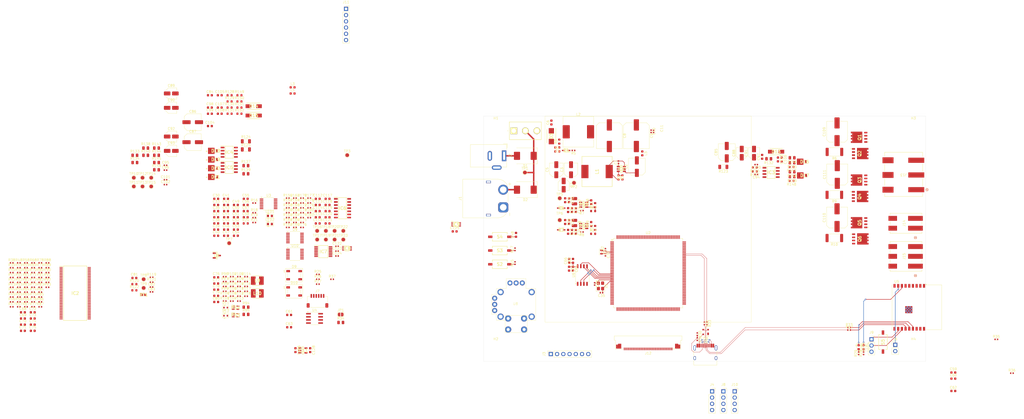
<source format=kicad_pcb>
(kicad_pcb (version 20241229) (generator "pcbnew") (generator_version "9.0")
  (layers (0 "F.Cu" signal) (4 "In1.Cu" signal) (6 "In2.Cu" signal) (2 "B.Cu" signal) (13 "F.Paste" user) (15 "B.Paste" user) (5 "F.SilkS" user "F.Silkscreen") (7 "B.SilkS" user "B.Silkscreen") (1 "F.Mask" user) (3 "B.Mask" user) (25 "Edge.Cuts" user))
  (net 0 "")
  (net 1 "Net-(IC1-SW)")
  (net 2 "Net-(IC1-CB)")
  (net 3 "GND")
  (net 4 "Net-(C6-Pad1)")
  (net 5 "Net-(C4-Pad1)")
  (net 6 "OSC_32_IN")
  (net 7 "3V3")
  (net 8 "Net-(PS2-VIN)")
  (net 9 "+3.3V")
  (net 10 "Net-(PS2-SW)")
  (net 11 "Net-(PS2-VBST)")
  (net 12 "ADC_TEMP")
  (net 13 "PWR_INPUT(12V~48V)")
  (net 14 "5V")
  (net 15 "Net-(IC4-VDD)")
  (net 16 "Net-(IC5-VDD)")
  (net 17 "Net-(IC3-VDD)")
  (net 18 "Net-(IC4-HI)")
  (net 19 "Net-(IC5-HI)")
  (net 20 "Net-(IC3-HI)")
  (net 21 "Net-(IC4-LI)")
  (net 22 "Net-(IC5-LI)")
  (net 23 "3V3_ESP32")
  (net 24 "FMC_SDCLK")
  (net 25 "FMC_A8")
  (net 26 "FMC_D24")
  (net 27 "Net-(IC3-LI)")
  (net 28 "LTDC_VSYNC")
  (net 29 "Net-(IC4-HB)")
  (net 30 "MOTOR_U")
  (net 31 "ADC_VREF_2V5")
  (net 32 "Net-(IC5-HB)")
  (net 33 "MOTOR_V")
  (net 34 "OSC_32_OUT")
  (net 35 "FMC_D6")
  (net 36 "FMC_D13")
  (net 37 "ESP_EN")
  (net 38 "MOTOR_W")
  (net 39 "FMC_D30")
  (net 40 "RCC_OUT")
  (net 41 "LTDC_R1")
  (net 42 "Net-(IC3-HB)")
  (net 43 "Net-(IC7-~{1CLR})")
  (net 44 "FMC_D0")
  (net 45 "Net-(IC8-1A)")
  (net 46 "Net-(U10A-+)")
  (net 47 "Net-(U10A--)")
  (net 48 "FMC_D18")
  (net 49 "FMC_D27")
  (net 50 "Net-(U10B--)")
  (net 51 "FMC_A9")
  (net 52 "3V3_MCU")
  (net 53 "WS2812_PWM")
  (net 54 "FMC_SDNE0")
  (net 55 "FMC_D16")
  (net 56 "USB_DM")
  (net 57 "MOTOR_U_SHUNT_ADC")
  (net 58 "FMC_D26")
  (net 59 "MOTOR_V_SHUNT_ADC")
  (net 60 "MOTOR_W_SHUNT_ADC")
  (net 61 "Net-(D1-K)")
  (net 62 "FMC_D19")
  (net 63 "LTDC_G3")
  (net 64 "Net-(D2-A)")
  (net 65 "DEBUG_SWCLK")
  (net 67 "FMC_SDNCAS")
  (net 68 "FMC_BA0")
  (net 69 "OE_PIN")
  (net 70 "FMC_D2")
  (net 71 "LTDC_G4")
  (net 72 "Speaker_DAC")
  (net 73 "DEBUG_RESET")
  (net 74 "LTDC_G2")
  (net 75 "FMC_D29")
  (net 76 "Net-(IC4-LO)")
  (net 77 "FMC_D25")
  (net 78 "Net-(IC4-HO)")
  (net 79 "FMC_D5")
  (net 80 "FMC_D9")
  (net 81 "FMC_D31")
  (net 82 "FMC_D17")
  (net 83 "Net-(J5-CC1)")
  (net 84 "FMC_A5")
  (net 85 "LTDC_CLK")
  (net 86 "DEBUG_JTDO_SWO")
  (net 88 "FMC_D3")
  (net 89 "FMC_A10")
  (net 91 "FMC_D11")
  (net 92 "DEBUG_SWDIO")
  (net 93 "FMC_NBL3")
  (net 94 "LED1")
  (net 95 "FMC_D28")
  (net 96 "LED2")
  (net 97 "Net-(LED5-K)")
  (net 98 "FMC_D14")
  (net 99 "LTDC_B4")
  (net 100 "Net-(PS2-VFB)")
  (net 101 "Net-(PS2-EN)")
  (net 102 "Net-(Q6-G)")
  (net 103 "FMC_D21")
  (net 104 "LTDC_B3")
  (net 105 "FMC_A0")
  (net 106 "FMC_D1")
  (net 107 "FMC_D22")
  (net 108 "Net-(D10-DIN)")
  (net 109 "RCC_IN")
  (net 110 "FMC_A4")
  (net 111 "FMC_A3")
  (net 113 "LTDC_R2")
  (net 114 "Net-(IC1-FB)")
  (net 115 "Ext_Voltage")
  (net 116 "BTN1")
  (net 117 "BTN2")
  (net 118 "LTDC_B2")
  (net 119 "LTDC_R4")
  (net 120 "USB_DP")
  (net 121 "Net-(D11-A)")
  (net 122 "FMC_A2")
  (net 123 "FMC_SDCKE0")
  (net 124 "FMC_D23")
  (net 125 "FMC_NBL2")
  (net 126 "Net-(U2-BOOT0)")
  (net 127 "Net-(U2-PA11)")
  (net 128 "Net-(U2-PA12)")
  (net 129 "FMC_BA1")
  (net 130 "FMC_D20")
  (net 131 "MOTOR_DIR_INTR")
  (net 132 "MOTOR_DIR")
  (net 133 "UART1_TX")
  (net 134 "UART1_RX")
  (net 135 "LTDC_R5")
  (net 136 "Net-(D12-A)")
  (net 137 "FMC_A1")
  (net 138 "Net-(D13-Pad2)")
  (net 139 "Net-(Q1-G)")
  (net 140 "Net-(D16-Pad1)")
  (net 141 "Net-(Q2-G)")
  (net 142 "LTDC_G5")
  (net 143 "FMC_NBL0")
  (net 144 "FMC_D7")
  (net 145 "Net-(Q3-G)")
  (net 146 "FMC_D10")
  (net 147 "FMC_D12")
  (net 148 "LEDK1")
  (net 149 "LEDK2")
  (net 150 "LCD_DISP")
  (net 151 "FMC_A11")
  (net 152 "FMC_A7")
  (net 153 "FMC_SDNRAS")
  (net 154 "LTDC_HSYNC")
  (net 155 "FMC_D15")
  (net 156 "LTDC_B5")
  (net 157 "FMC_A6")
  (net 158 "LTDC_B6")
  (net 159 "DEBUG_JTDI")
  (net 160 "FMC_NBL1")
  (net 161 "FMC_D4")
  (net 162 "FMC_D8")
  (net 163 "LTDC_DE")
  (net 164 "LTDC_R3")
  (net 165 "LTDC_B7")
  (net 166 "LEDA")
  (net 167 "Net-(D1-A)")
  (net 168 "USB_VBUS")
  (net 169 "SDRAM_A5")
  (net 170 "SDRAM_DQ27")
  (net 171 "SDRAM_DQ5")
  (net 172 "SDRAM_DQ26")
  (net 173 "SDRAM_BA0")
  (net 174 "SDRAM_DQ9")
  (net 175 "SDRAM_A3")
  (net 176 "SDRAM_DQ18")
  (net 177 "SDRAM_DQ13")
  (net 178 "SDRAM_DQ7")
  (net 179 "SDRAM_DQ4")
  (net 180 "SDRAM_DQ0")
  (net 181 "SDRAM_CAS")
  (net 182 "SDRAM_A10")
  (net 183 "SDRAM_RAS")
  (net 184 "SDRAM_DQ2")
  (net 185 "SDRAM_DQ12")
  (net 186 "SDRAM_DQ15")
  (net 187 "SDRAM_DQ20")
  (net 188 "SDRAM_BA1")
  (net 189 "SDRAM_DQ30")
  (net 190 "SDRAM_DQ19")
  (net 191 "SDRAM_CS")
  (net 192 "SDRAM_DQ21")
  (net 193 "SDRAM_A9")
  (net 194 "SDRAM_DQ23")
  (net 195 "SDRAM_DQ16")
  (net 196 "SDRAM_DQM2")
  (net 197 "SDRAM_DQ31")
  (net 198 "SDRAM_A8")
  (net 199 "SDRAM_DQ11")
  (net 200 "SDRAM_DQ22")
  (net 201 "SDRAM_A2")
  (net 202 "SDRAM_DQM3")
  (net 203 "SDRAM_DQ29")
  (net 204 "SDRAM_A6")
  (net 205 "SDRAM_A1")
  (net 206 "SDRAM_DQ17")
  (net 207 "SDRAM_A0")
  (net 208 "SDRAM_DQ8")
  (net 209 "SDRAM_WE")
  (net 210 "SDRAM_A4")
  (net 211 "SDRAM_DQM1")
  (net 212 "SDRAM_DQ6")
  (net 213 "SDRAM_DQ10")
  (net 214 "SDRAM_DQ28")
  (net 215 "SDRAM_A11")
  (net 216 "SDRAM_DQ1")
  (net 217 "SDRAM_DQ25")
  (net 218 "SDRAM_A7")
  (net 219 "SDRAM_DQ14")
  (net 220 "SDRAM_DQ24")
  (net 221 "SDRAM_DQM0")
  (net 222 "SDRAM_CKE")
  (net 223 "SDRAM_DQ3")
  (net 224 "SDRAM_CLK")
  (net 225 "ESP_BOOT")
  (net 226 "LTDC_G6")
  (net 227 "LTDC_G7")
  (net 228 "CANL")
  (net 229 "Net-(JP1-A)")
  (net 230 "Net-(LED1-A)")
  (net 231 "LTDC_R6")
  (net 232 "LTDC_R7")
  (net 233 "Net-(LED4-K)")
  (net 234 "Net-(LED4-A)")
  (net 235 "Net-(LED5-A)")
  (net 236 "LCD_DE")
  (net 237 "LCD_PCLK")
  (net 238 "LCD_VS")
  (net 239 "LCD_HS")
  (net 240 "LCD_B0")
  (net 241 "LCD_B1")
  (net 242 "LCD_B2")
  (net 243 "LCD_B3")
  (net 244 "LCD_B4")
  (net 245 "LCD_B5")
  (net 246 "LCD_G0")
  (net 247 "LCD_G1")
  (net 248 "LCD_G2")
  (net 249 "LCD_G3")
  (net 250 "LCD_G4")
  (net 251 "LCD_G5")
  (net 252 "LCD_R0")
  (net 253 "LCD_R1")
  (net 254 "LCD_R2")
  (net 255 "LCD_R3")
  (net 256 "LCD_R4")
  (net 257 "LCD_R5")
  (net 258 "FMC_SDNWE")
  (net 259 "Net-(U8-H)")
  (net 260 "Net-(Q4-G)")
  (net 261 "Net-(Q5-G)")
  (net 262 "Net-(U8-V)")
  (net 263 "MOTOR_U_LI")
  (net 264 "MOTOR_U_HI")
  (net 265 "MOTOR_V_LI")
  (net 266 "MOTOR_V_HI")
  (net 267 "MOTOR_W_LI")
  (net 268 "MOTOR_W_HI")
  (net 269 "Net-(D14-Pad2)")
  (net 270 "Net-(D15-Pad2)")
  (net 272 "Net-(D17-Pad1)")
  (net 273 "Net-(D18-Pad1)")
  (net 274 "ESP32_UART_RX")
  (net 275 "FSPIWP")
  (net 276 "ESP32_UART_TX")
  (net 277 "FSPIHD")
  (net 278 "Net-(LED2-A)")
  (net 279 "1V8")
  (net 280 "DEBUG_3V3")
  (net 281 "HALL_A")
  (net 282 "HALL_A_INTR")
  (net 283 "HALL_B_INTR")
  (net 285 "HALL_C_INTR")
  (net 287 "CAN_TXD")
  (net 288 "CAN_RXD")
  (net 289 "I2C1_SCL")
  (net 290 "Net-(IC5-HO)")
  (net 291 "I2C1_SDA")
  (net 292 "Net-(D19-Pad1)")
  (net 293 "CANH")
  (net 294 "Net-(IC5-LO)")
  (net 295 "Net-(D20-Pad1)")
  (net 297 "Net-(D21-Pad1)")
  (net 298 "12V")
  (net 301 "Net-(PS3-VBST)")
  (net 302 "Net-(PS3-SW)")
  (net 303 "Net-(PS3-VIN)")
  (net 304 "Net-(IC3-HO)")
  (net 305 "Net-(PS3-VFB)")
  (net 306 "Net-(PS3-EN)")
  (net 307 "Net-(IC3-LO)")
  (net 308 "Net-(IC6-1Y)")
  (net 310 "MOTOR_U_SHUNT_P")
  (net 312 "MOTOR_V_SHUNT_P")
  (net 314 "MOTOR_W_SHUNT_P")
  (net 315 "HALL_3x_Sig")
  (net 317 "HALL_6x_Pulse_Sig")
  (net 319 "MOTOR_U_SHUNT_M")
  (net 329 "ZC_UV_1")
  (net 330 "Net-(J9-Pin_2)")
  (net 331 "ZC_UW_2")
  (net 332 "ZC_VW_3")
  (net 333 "Net-(J9-Pin_1)")
  (net 334 "TP_INT")
  (net 335 "ESP32_SPI1_NSS")
  (net 336 "W25q_FLASH_QUADSPI_IO3")
  (net 338 "W25q_FLASH_QUADSPI_IO0")
  (net 341 "W25q_FLASH_QUADSPI_IO2")
  (net 344 "W25q_FLASH_QUADSPI_IO1")
  (net 346 "ESP32_SPI1_MISO")
  (net 349 "ESP32_SPI1_MOSI")
  (net 351 "W25q_FLASH_QUADSPI_NSS")
  (net 355 "TP_RES")
  (net 359 "BACK_LIGHT_PWM")
  (net 363 "ESP32_SPI1_SCK")
  (net 367 "W25q_FLASH_QUADSPI_SCK")
  (net 368 "Net-(U5-IO18)")
  (net 369 "HALL_3x_Late_Sig")
  (net 370 "Net-(U5-IO19)")
  (net 380 "PWR_INPUT(5V~24V)")
  (net 381 "HALL_B")
  (net 382 "HALL_C")
  (net 383 "Joystick_H")
  (net 384 "Joystick_V")
  (net 385 "Joystick_Sel")
  (net 389 "Net-(C51-Pad1)")
  (net 390 "Net-(C53-Pad1)")
  (net 391 "EXTRA_SPI3_MOSI")
  (net 392 "EXTRA_SPI3_NSS")
  (net 393 "EXTRA_SPI3_SCK")
  (net 394 "EXTRA_SPI3_MISO")
  (net 400 "Net-(U9A-+)")
  (net 401 "Net-(U9A--)")
  (net 402 "Net-(U9B-+)")
  (net 403 "Net-(U9B--)")
  (net 404 "Net-(U9C-+)")
  (net 405 "Net-(U9C--)")
  (net 406 "Net-(R170-Pad2)")
  (net 407 "Net-(R171-Pad2)")
  (net 408 "Net-(R172-Pad2)")
  (net 409 "Net-(R179-Pad1)")
  (net 410 "Net-(R180-Pad1)")
  (net 411 "Net-(R181-Pad1)")
  (net 415 "MOTOR_V_SHUNT_SCH")
  (net 416 "MOTOR_W_SHUNT_SCH")
  (net 417 "MOTOR_U_SHUNT_SCH")
  (net 419 "Net-(S4-COM)")
  (footprint "Capacitor_SMD:C_0603_1608Metric" (layer "F.Cu") (at -46.835 83.71)
    (property "Reference" "C55")
    (property "Value" "0.1uF/50V")
  )
  (footprint "Resistor_SMD:R_0402_1005Metric" (layer "F.Cu") (at -49.585 123.43)
    (property "Reference" "R112")
    (property "Value" "22R/0.063w")
  )
  (footprint "Crystal:Crystal_SMD_2012-2Pin_2.0x1.2mm" (layer "F.Cu") (at 98 105.4 -90)
    (property "Reference" "Y1")
    (property "Value" "X1A0000610002")
  )
  (footprint "Capacitor_SMD:C_0603_1608Metric" (layer "F.Cu") (at 83.2 84.3 -90)
    (property "Reference" "C14")
    (property "Value" "22uF/10V")
  )
  (footprint "TestPoint:TestPoint_Pad_D1.5mm" (layer "F.Cu") (at -88.855 78.68)
    (property "Reference" "TP13")
    (property "Value" "TP_HALL_B")
  )
  (footprint "TestPoint:TestPoint_Pad_D1.5mm" (layer "F.Cu") (at -14.205 100.33)
    (property "Reference" "TP19")
    (property "Value" "TP_MOTOR_V_SHUNT_ADC")
  )
  (footprint "Resistor_SMD:R_0402_1005Metric" (layer "F.Cu") (at -142.11 127.74)
    (property "Reference" "R47")
    (property "Value" "33R/0.063w")
  )
  (footprint "Resistor_SMD:R_0402_1005Metric" (layer "F.Cu") (at -127.56 119.78)
    (property "Reference" "R93")
    (property "Value" "33R/0.063w")
  )
  (footprint "TestPoint:TestPoint_Pad_D1.5mm" (layer "F.Cu") (at 86.8 77.2 180)
    (property "Reference" "TP2")
    (property "Value" "TP_12V")
  )
  (footprint "Resistor_SMD:R_0603_1608Metric" (layer "F.Cu") (at 94.6 88.7)
    (property "Reference" "R12")
    (property "Value" "10k/0.1w")
  )
  (footprint "Resistor_SMD:R_0402_1005Metric" (layer "F.Cu") (at -139.2 127.74)
    (property "Reference" "R57")
    (property "Value" "33R/0.063w")
  )
  (footprint "Capacitor_SMD:C_0603_1608Metric" (layer "F.Cu") (at 86.4 109 90)
    (property "Reference" "C65")
    (property "Value" "0.1uF/50V")
  )
  (footprint "Resistor_SMD:R_0402_1005Metric" (layer "F.Cu") (at -139.2 121.77)
    (property "Reference" "R54")
    (property "Value" "33R/0.063w")
  )
  (footprint "SamacSys_Parts_Project:FERD20U50DJFTR" (layer "F.Cu") (at 200.475 82.86725 -90)
    (property "Reference" "Q4")
    (property "Value" "STL130N6F7" (hide yes))
  )
  (footprint "Capacitor_SMD:C_0603_1608Metric" (layer "F.Cu") (at -57.415 49.04)
    (property "Reference" "C108")
    (property "Value" "0.22uF/50V")
  )
  (footprint "Resistor_SMD:R_0603_1608Metric" (layer "F.Cu") (at -49.395 46.53)
    (property "Reference" "R151")
    (property "Value" "5.1k/0.1w")
  )
  (footprint "Capacitor_SMD:C_0603_1608Metric" (layer "F.Cu") (at 84.8 109 90)
    (property "Reference" "C66")
    (property "Value" "0.1uF/50V")
  )
  (footprint "Resistor_SMD:R_0402_1005Metric" (layer "F.Cu") (at -142.11 119.78)
    (property "Reference" "R43")
    (property "Value" "33R/0.063w")
  )
  (footprint "Capacitor_SMD:C_0603_1608Metric" (layer "F.Cu") (at -54.855 98.77)
    (property "Reference" "C47")
    (property "Value" "0.1uF/50V")
  )
  (footprint "Resistor_SMD:R_0402_1005Metric" (layer "F.Cu") (at -133.38 125.75)
    (property "Reference" "R76")
    (property "Value" "33R/0.063w")
  )
  (footprint "Resistor_SMD:R_0402_1005Metric" (layer "F.Cu") (at -130.47 115.8)
    (property "Reference" "R81")
    (property "Value" "33R/0.063w")
  )
  (footprint "Resistor_SMD:R_0402_1005Metric" (layer "F.Cu") (at -29.715 91.41)
    (property "Reference" "R160")
    (property "Value" "10k/0.063w")
  )
  (footprint "SamacSys_Parts_Project:DIOM5436X244N" (layer "F.Cu") (at 77.6 58.2 -90)
    (property "Reference" "D3")
    (property "Value" "SMBJ54CA-Q" (hide yes))
  )
  (footprint "Capacitor_SMD:C_0402_1005Metric" (layer "F.Cu") (at 118.2 56.2 -90)
    (property "Reference" "C10")
    (property "Value" "0.1uF/100V")
  )
  (footprint "Resistor_SMD:R_0402_1005Metric" (layer "F.Cu") (at -139.2 123.76)
    (property "Reference" "R55")
    (property "Value" "33R/0.063w")
  )
  (footprint "Resistor_SMD:R_0402_1005Metric" (layer "F.Cu") (at -139.2 113.81)
    (property "Reference" "R50")
    (property "Value" "33R/0.063w")
  )
  (footprint "Capacitor_SMD:C_0603_1608Metric" (layer "F.Cu") (at -17.525 93.75)
    (property "Reference" "C116")
    (property "Value" "0.1uF/50V")
  )
  (footprint "Resistor_SMD:R_0805_2012Metric" (layer "F.Cu") (at 175.5875 69 180)
    (property "Reference" "R135")
    (property "Value" "2.2/0.125w")
  )
  (footprint "Resistor_SMD:R_0402_1005Metric" (layer "F.Cu") (at -29.715 83.45)
    (property "Reference" "R156")
    (property "Value" "10k/0.063w")
  )
  (footprint "Capacitor_SMD:C_0603_1608Metric" (layer "F.Cu") (at -54.855 88.73)
    (property "Reference" "C43")
    (property "Value" "0.1uF/50V")
  )
  (footprint "Resistor_SMD:R_0805_2012Metric" (layer "F.Cu") (at -46.735 127.89)
    (property "Reference" "R94")
    (property "Value" "10.2R/0.125w")
  )
  (footprint "Resistor_SMD:R_0402_1005Metric" (layer "F.Cu") (at -20.985 87.43)
    (property "Reference" "R179")
    (property "Value" "22/0.063w")
  )
  (footprint "SamacSys_Parts_Project:FERD20U50DJFTR" (layer "F.Cu") (at 200.575 100.162 -90)
    (property "Reference" "Q6")
    (property "Value" "STL130N6F7" (hide yes))
  )
  (footprint "Resistor_SMD:R_0402_1005Metric" (layer "F.Cu") (at -23.895 85.44)
    (property "Reference" "R171")
    (property "Value" "47k/0.125w")
  )
  (footprint "Resistor_SMD:R_0603_1608Metric" (layer "F.Cu") (at 94.6 97.975)
    (property "Reference" "R14")
    (property "Value" "10k/0.1w")
  )
  (footprint "Capacitor_SMD:C_0603_1608Metric" (layer "F.Cu") (at -61.425 41.51)
    (property "Reference" "C84")
    (property "Value" "4.7uF/10V")
  )
  (footprint "Capacitor_SMD:C_0603_1608Metric" (layer "F.Cu") (at -137.55 132.5)
    (property "Reference" "C69")
    (property "Value" "0.1uF/50V")
  )
  (footprint "LED_SMD:LED_WS2812B_PLCC4_5.0x5.0mm_P3.2mm" (layer "F.Cu") (at -27.11 121.465)
    (property "Reference" "D10")
    (property "Value" "WS2812B")
  )
  (footprint "Capacitor_SMD:C_0603_1608Metric" (layer "F.Cu") (at 241.2375 162.045)
    (property "Reference" "C62")
    (property "Value" "2.2uF/6.3V")
  )
  (footprint "Capacitor_SMD:C_0402_1005Metric" (layer "F.Cu") (at 98 122 180)
    (property "Reference" "C35")
    (property "Value" "20pF/50V")
  )
  (footprint "Connector_PinSocket_2.54mm:PinSocket_1x03_P2.54mm_Vertical" (layer "F.Cu") (at 207.925 140.975)
    (property "Reference" "J9")
    (property "Value" "ESP_DBG_CONN")
  )
  (footprint "Resistor_SMD:R_0603_1608Metric" (layer "F.Cu") (at -49.395 44.02)
    (property "Reference" "R150")
    (property "Value" "5.1k/0.1w")
  )
  (footprint "SamacSys_Parts_Project:SOT95P237X112-3N" (layer "F.Cu") (at -58.595 106.845)
    (property "Reference" "U1")
    (property "Value" "TL431AIDBZR" (hide yes))
  )
  (footprint "SamacSys_Parts_Project:SOT95P280X110-6N" (layer "F.Cu") (at 90.75 94.825)
    (property "Reference" "PS3")
    (property "Value" "TPS563201DDCT" (hide yes))
  )
  (footprint "Resistor_SMD:R_0402_1005Metric" (layer "F.Cu") (at -139.2 117.79)
    (property "Reference" "R52")
    (property "Value" "33R/0.063w")
  )
  (footprint "Resistor_SMD:R_0402_1005Metric" (layer "F.Cu") (at -46.675 117.46)
    (property "Reference" "R115")
    (property "Value" "22R/0.063w")
  )
  (footprint "Capacitor_SMD:C_0402_1005Metric" (layer "F.Cu") (at -9.645 107.03)
    (property "Reference" "C124")
    (property "Value" "39nF/50V")
  )
  (footprint "SamacSys_Parts_Project:SOIC127P600X175-8N" (layer "F.Cu") (at 167.05 72.975)
    (property "Reference" "IC3")
    (property "Value" "UCC27712QDRQ1" (hide yes))
  )
  (footprint "Capacitor_SMD:C_0603_1608Metric" (layer "F.Cu") (at -54.855 96.26)
    (property "Reference" "C46")
    (property "Value" "0.1uF/50V")
  )
  (footprint "Resistor_SMD:R_0402_1005Metric" (layer "F.Cu") (at -52.495 119.45)
    (property "Reference" "R104")
    (property "Value" "22R/0.063w")
  )
  (footprint "Resistor_SMD:R_0805_2012Metric" (layer "F.Cu") (at -83.155 71.88)
    (property "Reference" "R146")
    (property "Value" "3.3/0.125w")
  )
  (footprint "Resistor_SMD:R_0402_1005Metric" (layer "F.Cu") (at -136.29 119.78)
    (property "Reference" "R63")
    (property "Value" "33R/0.063w")
  )
  (footprint "Capacitor_SMD:C_0603_1608Metric" (layer "F.Cu") (at -58.865 91.24)
    (property "Reference" "C37")
    (property "Value" "0.1uF/50V")
  )
  (footprint "ul_2061_603:CONN3_2061-603&slash_998-404_WAG" (layer "F.Cu") (at 221 73.748101 180)
    (property "Reference" "J13")
    (property "Value" "2061-603/998-404")
  )
  (footprint "Resistor_SMD:R_0402_1005Metric" (layer "F.Cu") (at -139.2 109.83)
    (property "Reference" "R48")
    (property "Value" "33R/0.063w")
  )
  (footprint "Resistor_SMD:R_0402_1005Metric" (layer "F.Cu") (at -133.38 123.76)
    (property "Reference" "R75")
    (property "Value" "33R/0.063w")
  )
  (footprint "SamacSys_Parts_Project:SOT95P280X110-6N" (layer "F.Cu") (at 90.75 86.15)
    (property "Reference" "PS2")
    (property "Value" "TPS563201DDCT" (hide yes))
  )
  (footprint "Capacitor_SMD:C_Elec_4x5.4" (layer "F.Cu") (at -77.155 46.63)
    (property "Reference" "C90")
    (property "Value" "10uF/25V")
  )
  (footprint "Resistor_SMD:R_0402_1005Metric" (layer "F.Cu") (at -133.38 113.81)
    (property "Reference" "R70")
    (property "Value" "33R/0.063w")
  )
  (footprint "SamacSys_Parts_Project:MBRM130LT1G" (layer "F.Cu") (at 178.3365 75.15)
    (property "Reference" "D17")
    (property "Value" "MBRM130LT1G" (hide yes))
  )
  (footprint "Resistor_SMD:R_0402_1005Metric" (layer "F.Cu") (at -130.47 123.76)
    (property "Reference" "R85")
    (property "Value" "33R/0.063w")
  )
  (footprint "Resistor_SMD:R_0603_1608Metric" (layer "F.Cu") (at -46.835 93.75)
    (property "Reference" "R20")
    (property "Value" "120/0.1w")
  )
  (footprint "Resistor_SMD:R_0402_1005Metric" (layer "F.Cu") (at -49.585 117.46)
    (property "Reference" "R109")
    (property "Value" "22R/0.063w")
  )
  (footprint "SamacSys_Parts_Project:SOT95P280X145-5N" (layer "F.Cu") (at -23.57 145.535)
    (property "Reference" "IC11")
    (property "Value" "TLV74018PDBVR" (hide yes))
  )
  (footprint "Resistor_SMD:R_0603_1608Metric" (layer "F.Cu") (at -49.395 49.04)
    (property "Reference" "R152")
    (property "Value" "5.1k/0.1w")
  )
  (footprint "ul_2060_453:CONN3_2060-453&slash_998-404_WAG" (layer "F.Cu") (at 221.980001 107.1751 90)
    (property "Reference" "J15")
    (property "Value" "2060-453/998-404")
  )
  (footprint "Resistor_SMD:R_0402_1005Metric" (layer "F.Cu") (at -130.47 113.81)
    (property "Reference" "R80")
    (property "Value" "33R/0.063w")
  )
  (footprint "Resistor_SMD:R_2512_6332Metric" (layer "F.Cu") (at 192.8375 64.6 180)
    (property "Reference" "R6")
    (property "Value" "0.01R")
  )
  (footprint "SamacSys_Parts_Project:THRMC1608X95N" (layer "F.Cu") (at -88.42 122.825)
    (property "Reference" "RT1")
    (property "Value" "NCP18XH103F03RB" (hide yes))
  )
  (footprint "SamacSys_Parts_Project:SOT65P210X110-5N" (layer "F.Cu") (at -50.99 128.115)
    (property "Reference" "PS4")
    (property "Value" "TPS61169DCKR" (hide yes))
  )
  (footprint "Capacitor_SMD:C_0402_1005Metric" (layer "F.Cu") (at 99.6 106.5 -90)
    (property "Reference" "C34")
    (property "Value" "12pF/50V")
  )
  (footprint "Resistor_SMD:R_0402_1005Metric" (layer "F.Cu") (at -139.2 115.8)
    (property "Reference" "R51")
    (property "Value" "33R/0.063w")
  )
  (footprint "Resistor_SMD:R_0402_1005Metric" (layer "F.Cu") (at -136.29 111.82)
    (property "Reference" "R59")
    (property "Value" "33R/0.063w")
  )
  (footprint "Resistor_SMD:R_0402_1005Metric" (layer "F.Cu") (at 90 97.245 180)
    (property "Reference" "R8")
    (property "Value" "10k/0.063w")
  )
  (footprint "Resistor_SMD:R_0402_1005Metric" (layer "F.Cu") (at -49.585 125.42)
    (property "Reference" "R113")
    (property "Value" "22R/0.063w")
  )
  (footprint "Capacitor_SMD:C_0603_1608Metric" (layer "F.Cu") (at 86 97.15 -90)
    (property "Reference" "C23")
    (property "Value" "10uF/25V")
  )
  (footprint "Resistor_SMD:R_1206_3216Metric" (layer "F.Cu") (at 147.6 70.7 180)
    (property "Reference" "R123")
    (property "Value" "2.2/0.25w")
  )
  (footprint "Resistor_SMD:R_0402_1005Metric" (layer "F.Cu") (at -29.715 89.42)
    (property "Reference" "R159")
    (property "Value" "100k/0.063w")
  )
  (footprint "Resistor_SMD:R_0402_1005Metric" (layer "F.Cu") (at 258.7475 141.015)
    (property "Reference" "R35")
    (property "Value" "4.7k/0.063w")
  )
  (footprint "Capacitor_SMD:C_Elec_4x5.4" (layer "F.Cu") (at -77.155 40.78)
    (property "Reference" "C89")
    (property "Value" "10uF/25V")
  )
  (footprint "Resistor_SMD:R_0402_1005Metric" (layer "F.Cu") (at 137 140.905 -90)
    (property "Reference" "R31")
    (property "Value" "4.7k/0.1w")
  )
  (footprint "Capacitor_SMD:C_0603_1608Metric" (layer "F.Cu") (at -13.515 91.24)
    (property "Reference" "C120")
    (property "Value" "0.1uF/50V")
  )
  (footprint "Capacitor_SMD:C_0603_1608Metric" (layer "F.Cu") (at -13.515 93.75)
    (property "Reference" "C121")
    (property "Value" "0.1uF/50V")
  )
  (footprint "TestPoint:TestPoint_Pad_D1.5mm" (layer "F.Cu") (at -10.655 100.33)
    (property "Reference" "TP21")
    (property "Value" "TP_ZC_UV_1")
  )
  (footprint "MountingHole:MountingHole_3.2mm_M3" (layer "F.Cu") (at 55 55)
    (property "Reference" "H1")
    (property "Value" "MountingHole")
  )
  (footprint "Capacitor_SMD:C_0603_1608Metric" (layer "F.Cu") (at 84.8 112.2 -90)
    (property "Reference" "C67")
    (property "Value" "2.2uF/6.3V")
  )
  (footprint "Resistor_SMD:R_0402_1005Metric" (layer "F.Cu") (at -142.11 113.81)
    (property "Reference" "R40")
    (property "Value" "33R/0.063w")
  )
  (footprint "Capacitor_SMD:C_0603_1608Metric" (layer "F.Cu") (at -58.865 83.71)
    (property "Reference" "C30")
    (property "Value" "4.7uF/10V")
  )
  (footprint "Capacitor_SMD:C_0603_1608Metric" (layer "F.Cu") (at -58.865 125.77)
    (property "Reference" "C80")
    (property "Value" "1uF/10V")
  )
  (footprint "Resistor_SMD:R_0402_1005Metric" (layer "F.Cu") (at -26.805 89.42)
    (property "Reference" "R166")
    (property "Value" "10k/0.063w")
  )
  (footprint "TestPoint:TestPoint_Pad_D1.5mm" (layer "F.Cu") (at -10.655 96.78)
    (property "Reference" "TP20")
    (property "Value" "TP_MOTOR_W_SHUNT_ADC")
  )
  (footprint "Resistor_SMD:R_0402_1005Metric" (layer "F.Cu") (at -52.495 121.44)
    (property "Reference" "R105")
    (property "Value" "22R/0.063w")
  )
  (footprint "Capacitor_SMD:C_0603_1608Metric" (layer "F.Cu") (at -61.425 49.04)
    (property "Reference" "C99")
    (property "Value" "0.22uF/50V")
  )
  (footprint "Capacitor_SMD:C_Elec_5x5.8" (layer "F.Cu") (at 79.6 71.8625 90)
    (property "Reference" "C5")
    (property "Value" "22uF/25V")
  )
  (footprint "Resistor_SMD:R_0402_1005Metric" (layer "F.Cu") (at -55.405 117.46)
    (property "Reference" "R97")
    (property "Value" "22R/0.063w")
  )
  (footprint "Capacitor_SMD:C_Elec_8x10.2" (layer "F.Cu") (at 193.9 91.4 90)
    (property "Reference" "C110")
    (property "Value" "22uF/100V")
  )
  (footprint "Capacitor_SMD:C_0603_1608Metric" (layer "F.Cu") (at -61.425 54.06)
    (property "Reference" "C104")
    (property "Value" "0.22uF/50V")
  )
  (footprint "Capacitor_SMD:C_0603_1608Metric" (layer "F.Cu") (at 84.8 84.3 -90)
    (property "Reference" "C20")
    (property "Value" "22uF/10V")
  )
  (footprint "Resistor_SMD:R_0402_1005Metric" (layer "F.Cu") (at -49.585 121.44)
    (property "Reference" "R111")
    (property "Value" "22R/0.063w")
  )
  (footprint "Resistor_SMD:R_0402_1005Metric" (layer "F.Cu") (at -11.655 116.51)
    (property "Reference" "R37")
    (property "Value" "1k/0.063w")
  )
  (footprint "Connector_PinSocket_2.54mm:PinSocket_1x04_P2.54mm_Vertical" (layer "F.Cu") (at 147.625 162.2)
    (property "Reference" "J8")
    (property "Value" "I2C_CONN")
  )
  (footprint "PCM_Crystal_AKL:Crystal_SMD_3225-4Pin_3.2x2.5mm" (layer "F.Cu") (at 97.6 119.2 -90)
    (property "Reference" "X1")
    (property "Value" "SMD3225-4" (hide yes))
  )
  (footprint "Capacitor_SMD:C_0603_1608Metric" (layer "F.Cu") (at -58.865 118.24)
    (property "Reference" "C77")
    (property "Value" "1uF/50V")
  )
  (footprint "TestPoint:TestPoint_Pad_D1.5mm" (layer "F.Cu") (at -7.105 100.33)
    (property "Reference" "TP23")
    (property "Value" "TP_ZC_VW_3")
  )
  (footprint "Resistor_SMD:R_0402_1005Metric" (layer "F.Cu") (at -49.585 115.47)
    (property "Reference" "R108")
    (property "Value" "22R/0.063w")
  )
  (footprint "Resistor_SMD:R_0603_1608Metric" (layer "F.Cu") (at -49.395 41.51)
    (property "Reference" "R149")
    (property "Value" "5.1k/0.1w")
  )
  (footprint "Connector_PinHeader_2.54mm:PinHeader_1x02_P2.54mm_Vertical" (layer "F.Cu") (at 217.6 143.26)
    (property "Reference" "J6")
    (property "Value" "ESP_BOOT_CONN")
  )
  (footprint "SamacSys_Parts_Project:SOIC127P600X175-8N" (layer "F.Cu") (at -53.555 70.959)
    (property "Reference" "IC5")
    (property "Value" "UCC27712QDRQ1" (hide yes))
  )
  (footprint "Capacitor_SMD:C_0603_1608Metric" (layer "F.Cu") (at -58.865 86.22)
    (property "Reference" "C33")
    (property "Value" "0.1uF/50V")
  )
  (footprint "Inductor_SMD:L_0603_1608Metric" (layer "F.Cu") (at -27.755 40.79)
    (property "Reference" "L4")
    (property "Value" "60R_100Mhz")
  )
  (footprint "MountingHole:MountingHole_3.2mm_M3" (layer "F.Cu") (at 55 145)
    (property "Reference" "H2")
    (property "Value" "MountingHole")
  )
  (footprint "Resistor_SMD:R_0402_1005Metric" (layer "F.Cu") (at 198.81 136.2)
    (property "Reference" "R33")
    (property "Value" "NC_0R/0.063w")
  )
  (footprint "Resistor_SMD:R_0805_2012Metric" (layer "F.Cu") (at -46.775 70.21)
    (property "Reference" "R137")
    (property "Value" "2.2/0.125w")
  )
  (footprint "Resistor_SMD:R_0402_1005Metric" (layer "F.Cu") (at -130.47 121.77)
    (property "Reference" "R84")
    (property "Value" "33R/0.063w")
  )
  (footprint "Inductor_SMD:L_0603_1608Metric" (layer "F.Cu") (at 114.6 65.2 -90)
    (property "Reference" "L5")
    (property "Value" "60R_100Mhz")
  )
  (footprint "Resistor_SMD:R_0603_1608Metric" (layer "F.Cu") (at 160.425 70.975 180)
    (property "Reference" "R126")
    (property "Value" "49.9/0.1w")
  )
  (footprint "Capacitor_SMD:C_0603_1608Metric" (layer "F.Cu") (at -133.54 135.01)
    (property "Reference" "C74")
    (property "Value" "2.2uF/6.3V")
  )
  (footprint "Library:Hall_Analog_Joystick" (layer "F.Cu") (at 63 128)
    (property "Reference" "U8")
    (property "Value" "Hall_Analog_Joystick")
  )
  (footprint "Capacitor_SMD:C_0603_1608Metric" (layer "F.Cu") (at 87.6 97.175 -90)
    (property "Reference" "C26")
    (property "Value" "0.1uF/50V")
  )
  (footprint "Capacitor_SMD:C_0603_1608Metric" (layer "F.Cu") (at 163.4 66.6 90)
    (property "Reference" "C97")
    (property "Value" "0.22uF/50V")
  )
  (footprint "Resistor_SMD:R_0402_1005Metric" (layer "F.Cu") (at -29.715 93.4)
    (property "Reference" "R161")
    (property "Value" "10k/0.063w")
  )
  (footprint "SamacSys_Parts_Project:TSB008A2518A" (layer "F.Cu") (at 56.6 110.4 180)
    (property "Reference" "S2")
    (property "Value" "TSB008A2518A" (hide yes))
  )
  (footprint "TestPoint:TestPoint_Pad_D1.5mm" (layer "F.Cu") (at -17.755 96.78)
    (property "Reference" "TP16")
    (property "Value" "TP_HALL_3x_Sig")
  )
  (footprint "Connector_PinSocket_2.54mm:PinSocket_1x04_P2.54mm_Vertical" (layer "F.Cu") (at 152.225 162.2)
    (property "Reference" "J10")
    (property "Value" "CAN_CONN2")
  )
  (footprint "Resistor_SMD:R_0402_1005Metric" (layer "F.Cu") (at -133.38 111.82)
    (property "Reference" "R69")
    (property "Value" "33R/0.063w")
  )
  (footprint "Resistor_SMD:R_0402_1005Metric" (layer "F.Cu") (at -136.29 125.75)
    (property "Reference" "R66")
    (property "Value" "33R/0.063w")
  )
  (footprint "Resistor_SMD:R_2512_6332Metric" (layer "F.Cu") (at 192.8 99.7 180)
    (property "Reference" "R10")
    (property "Value" "0.01R")
  )
  (footprint "Resistor_SMD:R_0402_1005Metric" (layer "F.Cu") (at 202.7 146.6875 90)
    (property "Reference" "R29")
    (property "Value" "4.7k/0.063w")
  )
  (footprint "Resistor_SMD:R_0402_1005Metric" (layer "F.Cu") (at 265.1025 154.785)
    (property "Reference" "R36")
    (property "Value" "4.7k/0.063w")
  )
  (footprint "Jumper:SolderJumper-2_P1.3mm_Open_RoundedPad1.0x1.5mm" (layer "F.Cu") (at -8.175 130.88)
    (property "Reference" "JP1")
    (property "Value" "IF_CAN_END")
  )
  (footprint "Resistor_SMD:R_0402_1005Metric" (layer "F.Cu") (at -23.895 91.41)
    (property "Reference" "R174")
    (property "Value" "5k/0.063w")
  )
  (footprint "Resistor_SMD:R_0402_1005Metric" (layer "F.Cu") (at -139.2 119.78)
    (property "Reference" "R53")
    (property "Value" "33R/0.063w")
  )
  (footprint "TestPoint:TestPoint_Pad_D1.5mm" (layer "F.Cu") (at -85.305 78.68)
    (property "Reference" "TP15")
    (property "Value" "TP_HALL_C")
  )
  (footprint "Resistor_SMD:R_0402_1005Metric" (layer "F.Cu") (at -136.29 117.79)
    (property "Reference" "R62")
    (property "Value" "33R/0.063w")
  )
  (footprint "SamacSys_Parts_Project:SOT65P210X110-5N" (layer "F.Cu") (at -50.99 131.165)
    (property "Reference" "PS5")
    (property "Value" "TPS61169DCKR" (hide yes))
  )
  (footprint "Resistor_SMD:R_0805_2012Metric" (layer "F.Cu") (at 175.6 67 180)
    (property "Reference" "R141")
    (property "Value" "3.3/0.125w")
  )
  (footprint "Resistor_SMD:R_0402_1005Metric" (layer "F.Cu") (at -26.805 83.45)
    (property "Reference" "R163")
    (property "Value" "10k/0.063w")
  )
  (footprint "Capacitor_SMD:C_0603_1608Metric" (layer "F.Cu") (at -17.525 86.22)
    (property "Reference" "C113")
    (property "Value" "0.1uF/50V")
  )
  (footprint "SamacSys_Parts_Project:SOIC127P600X175-8N" (layer "F.Cu") (at -53.555 64.727)
    (property "Reference" "IC4")
    (property "Value" "UCC27712QDRQ1" (hide yes))
  )
  (footprint "Capacitor_SMD:C_0603_1608Metric" (layer "F.Cu") (at -58.865 120.75)
    (property "Reference" "C78")
    (property "Value" "1uF/50V")
  )
  (footprint "Capacitor_SMD:C_0603_1608Metric" (layer "F.Cu") (at 63.2 98.4 90)
    (property "Reference" "C48")
    (property "Value" "0.1uF/50V")
  )
  (footprint "Resistor_SMD:R_0805_2012Metric" (layer "F.Cu") (at -46.735 130.84)
    (property "Reference" "R95")
    (property "Value" "10.2R/0.125w")
  )
  (footprint "Resistor_SMD:R_0402_1005Metric" (layer "F.Cu") (at -26.805 91.41)
    (property "Reference" "R167")
    (property "Value" "100k/0.063w")
  )
  (footprint "Capacitor_SMD:C_0603_1608Metric" (layer "F.Cu") (at -50.845 91.24)
    (property "Reference" "C51")
    (property "Value" "2.2uF/10V")
  )
  (footprint "Capacitor_SMD:C_Elec_10x10.2" (layer "F.Cu") (at 112.2 58 -90)
    (property "Reference" "C9")
    (property "Value" "47uF/100V")
  )
  (footprint "Resistor_SMD:R_0805_2012Metric" (layer "F.Cu") (at -83.155 65.98)
    (property "Reference" "R144")
    (property "Value" "3.3/0.125w")
  )
  (footprint "Capacitor_SMD:C_Elec_4x5.4" (layer "F.Cu") (at 160.1 65.1 90)
    (property "Reference" "C91")
    (property "Value" "10uF/25V")
  )
  (footprint "SamacSys_Parts_Project:SOD2613X100N" (layer "F.Cu") (at 81.6 87.5 180)
    (property "Reference" "D6")
    (property "Value" "B5819WS" (hide yes))
  )
  (footprint "Resistor_SMD:R_0603_1608Metric" (layer "F.Cu") (at -53.405 44.02)
    (property "Reference" "R129")
    (property "Value" "49.9/0.1w")
  )
  (footprint "Resistor_SMD:R_0402_1005Metric" (layer "F.Cu") (at -23.895 89.42)
    (property "Reference" "R173")
    (property "Value" "5k/0.063w")
  )
  (footprint "Resistor_SMD:R_0805_2012Metric" (layer "F.Cu") (at -46.775 73.52)
    (property "Reference" "R139")
    (property "Value" "2.2/0.125w")
  )
  (footprint "Resistor_SMD:R_0402_1005Metric" (layer "F.Cu") (at -55.405 125.42)
    (property "Reference" "R101")
    (property "Value" "22R/0.063w")
  )
  (footprint "Capacitor_SMD:C_0603_1608Metric" (layer "F.Cu") (at -54.855 86.22)
    (property "Reference" "C42")
    (property "Value" "0.1uF/50V")
  )
  (footprint "Resistor_SMD:R_0402_1005Metric" (layer "F.Cu") (at -130.47 127.74)
    (property "Reference" "R87")
    (property "Value" "33R/0.063w")
  )
  (footprint "Resistor_SMD:R_0603_1608Metric" (layer "F.Cu") (at -53.405 49.04)
    (property "Reference" "R131")
    (property "Value" "49.9/0.1w")
  )
  (footprint "Resistor_SMD:R_0402_1005Metric" (layer "F.Cu") (at -136.29 109.83)
    (property "Reference" "R58")
    (property "Value" "33R/0.063w")
  )
  (footprint "Capacitor_SMD:C_0603_1608Metric" (layer "F.Cu") (at -50.845 86.22)
    (property "Reference" "C49")
    (property "Value" "0.1uF/50V")
  )
  (footprint "Resistor_SMD:R_0603_1608Metric" (layer "F.Cu") (at 160.4 72.575 180)
    (property "Reference" "R127")
    (property "Value" "49.9/0.1w")
  )
  (footprint "SamacSys_Parts_Project:DIOM5226X220N" (layer "F.Cu") (at -43.59 45.961)
    (property "Reference" "D14")
    (property "Value" "MURA160T3G" (hide yes))
  )
  (footprint "Capacitor_SMD:C_0603_1608Metric" (layer "F.Cu") (at 93.8 93.975 90)
    (property "Reference" "C29")
    (property "Value" "0.1uF/50V")
  )
  (footprint "Capacitor_SMD:C_0603_1608Metric" (layer "F.Cu") (at -17.525 83.71)
    (property "Reference" "C112")
    (property "Value" "0.22uF/50V")
  )
  (footprint "Capacitor_SMD:C_0603_1608Metric" (layer "F.Cu") (at 241.2375 154.515)
    (property "Reference" "C59")
    (property "Value" "0.1uF/50V")
  )
  (footprint "Resistor_SMD:R_0402_1005Metric" (layer "F.Cu") (at 204.7 146.6875 90)
    (property "Reference" "R28")
    (property "Value" "4.7k/0.063w")
  )
  (footprint "Capacitor_SMD:C_0603_1608Metric" (layer "F.Cu") (at 84.4 97.175 -90)
    (property "Reference" "C17")
    (property "Value" "10uF/25V")
  )
  (footprint "SamacSys_Parts_Project:INDPM4040X200N" (layer "F.Cu") (at -42.12 122.275)
    (property "Reference" "L10")
    (property "Value" "SWPA4020S4R7MT" (hide yes))
  )
  (footprint "Resistor_SMD:R_0402_1005Metric" (layer "F.Cu") (at -130.47 109.83)
    (property "Reference" "R78")
    (property "Value" "33R/0.063w")
  )
  (footprint "Resistor_SMD:R_0402_1005Metric" (layer "F.Cu") (at -136.29 121.77)
    (property "Reference" "R64")
    (property "Value" "33R/0.063w")
  )
  (footprint "Resistor_SMD:R_0402_1005Metric" (layer "F.Cu") (at -20.985 89.42)
    (property "Reference" "R180")
    (property "Value" "22/0.063w")
  )
  (footprint "Resistor_SMD:R_0402_1005Metric" (layer "F.Cu") (at -23.895 83.45)
    (property "Reference" "R170")
    (property "Value" "47k/0.125w")
  )
  (footprint "Capacitor_SMD:C_0402_1005Metric" (layer "F.Cu") (at 161 69.775 180)
    (property "Reference" "C100")
    (property "Value" "33pF/50V")
  )
  (footprint "Capacitor_SMD:C_0603_1608Metric" (layer "F.Cu") (at -54.855 93.75)
    (property "Reference" "C45")
    (property "Value" "0.1uF/50V")
  )
  (footprint "Diode_SMD:D_SMC" (layer "F.Cu") (at 67 80 180)
    (property "Reference" "D2")
    (property "Value" "SS58c")
  )
  (footprint "Resistor_SMD:R_0402_1005Metric" (layer "F.Cu") (at -130.47 117.79)
    (property "Reference" "R82")
    (property "Value" "33R/0.063w")
  )
  (footprint "Resistor_SMD:R_0402_1005Metric" (layer "F.Cu") (at -136.29 115.8)
    (property "Reference" "R61")
    (property "Value" "33R/0.063w")
  )
  (footprint "SamacSys_Parts_Project:FERD20U50DJFTR" (layer "F.Cu") (at 205.675 75.962 90)
    (property "Reference" "Q3")
    (property "Value" "STL130N6F7" (hide yes))
  )
  (footprint "TestPoint:TestPoint_Pad_D1.5mm" (layer "F.Cu") (at -88.395 116.5)
    (property "Reference" "TP8")
    (property "Value" "TP_JH1")
  )
  (footprint "Capacitor_SMD:C_0603_1608Metric" (layer "F.Cu") (at -50.845 88.73)
    (property "Reference" "C50")
    (property "Value" "0.1uF/50V")
  )
  (footprint "SamacSys_Parts_Project:DIOM5226X220N" (layer "F.Cu") (at 169.0875 64.5 180)
    (property "Reference" "D13")
    (property "Value" "MURA160T3G" (hide yes))
  )
  (footprint "Capacitor_SMD:C_Elec_6.3x7.7" (layer "F.Cu") (at 149 64.7 90)
    (property "Reference" "C85")
    (property "Value" "47uF/50V")
  )
  (footprint "SamacSys_Parts_Project:DIOM5226X220N" (layer "F.Cu") (at -43.59 49.765)
    (property "Reference" "D15")
    (property "Value" "MURA160T3G" (hide yes))
  )
  (footprint "TestPoint:TestPoint_Pad_D1.5mm" (layer "F.Cu") (at -88.395 120.05)
    (property "Reference" "TP9")
    (property "Value" "TP_JV1")
  )
  (footprint "Capacitor_SMD:C_0603_1608Metric" (layer "F.Cu") (at -61.425 46.53)
    (property "Reference" "C98")
    (property "Value" "0.22uF/50V")
  )
  (footprint "Resistor_SMD:R_0603_1608Metric" (layer "F.Cu") (at 80.8 60.4 90)
    (property "Reference" "R3")
    (property "Value" "360k/0.1w")
  )
  (footprint "Inductor_SMD:L_0603_1608Metric" (layer "F.Cu") (at -27.755 38.28)
    (property "Reference" "L3")
    (property "Value" "60R_100Mhz")
  )
  (footprint "Capacitor_SMD:C_0603_1608Metric" (layer "F.Cu") (at -137.55 137.52)
    (property "Reference" "C71")
    (property "Value" "0.1uF/50V")
  )
  (footprint "Capacitor_SMD:C_0603_1608Metric" (layer "F.Cu") (at -13.515 83.71)
    (property "Reference" "C117")
    (property "Value" "0.1uF/50V")
  )
  (footprint "SamacSys_Parts_Project:SOD2613X100N" (layer "F.Cu") (at 81.6 96.375 180)
    (property "Reference" "D7")
    (property "Value" "B5819WS" (hide yes))
  )
  (footprint "Resistor_SMD:R_0402_1005Metric" (layer "F.Cu") (at -43.375 93.4)
    (property "Reference" "R21")
    (property "Value" "10K/0.063w")
  )
  (footprint "Connector_FFC-FPC:Amphenol_F32Q-1A7x1-11040_1x40-1MP_P0.5mm_Horizontal" (layer "F.Cu") (at 117 142 180)
    (property "Reference" "J12")
    (property "Value" "FPC_LCD_40_CONN")
  )
  (footprint "Package_SO:TSSOP-14_4.4x5mm_P0.65mm" (layer "F.Cu") (at -37.545 85.755)
    (property "Reference" "U3")
    (property "Value" "TXS0104EPW")
  )
  (footprint "TestPoint:TestPoint_Pad_D1.5mm" (layer "F.Cu") (at -53.575 101.8)
    (property "Reference" "TP7")
    (property "Value" "TP_2V5")
  )
  (footprint "Capacitor_SMD:C_0603_1608Metric" (layer "F.Cu") (at -20.6 145.4 -90)
    (property "Reference" "C128")
    (property "Value" "1uF/16V")
  )
  (footprint "Resistor_SMD:R_0402_1005Metric" (layer "F.Cu") (at -127.56 115.8)
    (property "Reference" "R91")
    (property "Value" "33R/0.063w")
  )
  (footprint "Resistor_SMD:R_0402_1005Metric" (layer "F.Cu") (at -139.2 111.82)
    (property "Reference" "R49")
    (property "Value" "33R/0.063w")
  )
  (footprint "Capacitor_SMD:C_0603_1608Metric" (layer "F.Cu") (at -92.175 115.98)
    (property "Reference" "C81")
    (property "Value" "0.1uF/50V")
  )
  (footprint "Resistor_SMD:R_0805_2012Metric" (layer "F.Cu") (at 175.6 74.65 180)
    (property "Reference" "R136")
    (property "Value" "2.2/0.125w")
  )
  (footprint "SamacSys_Parts_Project:MBRM130LT1G" (layer "F.Cu") (at -61.46 72.195)
    (property "Reference" "D20")
    (property "Value" "MBRM130LT1G" (hide yes))
  )
  (footprint "Resistor_SMD:R_0402_1005Metric" (layer "F.Cu") (at -52.495 115.47)
    (property "Reference" "R102")
    (property "Value" "22R/0.063w")
  )
  (footprint "Connector_JST:JST_SH_SM06B-SRSS-TB_1x06-1MP_P1.00mm_Horizontal" (layer "F.Cu") (at -17.625 125.3)
    (property "Reference" "J7")
    (property "Value" "CAN_CONN")
  )
  (footprint "Capacitor_SMD:C_Elec_4x5.4" (layer "F.Cu") (at 82.6 78.125 -90)
    (property "Reference" "C7")
    (property "Value" "10uF/25V")
  )
  (footprint "Capacitor_SMD:C_0402_1005Metric" (layer "F.Cu") (at 119.2 56.2 -90)
    (property "Reference" "C11")
    (property "Value" "0.01uF/100V")
  )
  (footprint "Capacitor_SMD:C_0603_1608Metric" (layer "F.Cu") (at 80 62.8 180)
    (property "Reference" "C4")
    (property "Value" "30pF/50V")
  )
  (footprint "Resistor_SMD:R_0402_1005Metric" (layer "F.Cu") (at -142.11 121.77)
    (property "Reference" "R44")
    (property "Value" "33R/0.063w")
  )
  (footprint "Capacitor_SMD:C_0402_1005Metric" (layer "F.Cu") (at -79.495 75.97)
    (property "Reference" "C101")
    (property "Value" "33pF/50V")
  )
  (footprint "Package_SO:TSSOP-14_4.4x5mm_P0.65mm" (layer "F.Cu") (at -26.795 99.685)
    (property "Reference" "U9")
    (property "Value" "TLV9064")
  )
  (footprint "Connector_USB:USB_C_Receptacle_HRO_TYPE-C-31-M-12" (layer "F.Cu") (at 140.3 147.6)
    (property "Reference" "J5")
    (property "Value" "USB_C")
  )
  (footprint "SamacSys_Parts_Project:SOP50P310X90-8N" (layer "F.Cu") (at 38.82 94.145)
    (property "Reference" "IC9")
    (property "Value" "SN74LVC3G17DCURG4" (hide yes))
  )
  (footprint "Resistor_SMD:R_0402_1005Metric" (layer "F.Cu") (at -43.375 85.44)
    (property "Reference" "R16")
    (property "Value" "4.7k/0.063w")
  )
  (footprint "SamacSys_Parts_Project:SOP50P1176X120-86N" (layer "F.Cu") (at -116.272 122.2)
    (property "Reference" "IC2")
    (property "Value" "IS42S32800J-6TLI" (hide yes))
  )
  (footprint "SamacSys_Parts_Project:SOD2613X100N" (layer "F.Cu") (at 83.6 64 180)
    (property "Reference" "D4")
    (property "Value" "B5819WS" (hide yes))
  )
  (footprint "Capacitor_SMD:C_0402_1005Metric" (layer "F.Cu") (at -79.495 70.06)
    (property "Reference" "C95")
    (property "Value" "33pF/50V")
  )
  (footprint "Resistor_SMD:R_0603_1608Metric" (layer "F.Cu") (at 95.4 95.6 90)
    (property "Reference" "R13")
    (property "Value" "13.7k/0.1w")
  )
  (footprint "Capacitor_SMD:C_0603_1608Metric" (layer "F.Cu") (at -13.515 86.22)
    (property "Reference" "C118")
    (property "Value" "0.1uF/50V")
  )
  (footprint "Capacitor_SMD:C_0603_1608Metric" (layer "F.Cu") (at -54.855 83.71)
    (property "Reference" "C41")
    (property "Value" "1uF/16V")
  )
  (footprint "PCM_LED_SMD_AKL:LED_0603_1608Metric" (layer "F.Cu") (at -36.99 90.685)
    (property "Reference" "LED1")
    (property "Value" "LED_0603_Blue" (hide yes))
  )
  (footprint "Capacitor_SMD:C_Elec_8x10.2" (layer "F.Cu") (at 193.9 56.4 90)
    (property "Reference" "C109")
    (property "Value" "22uF/100V")
  )
  (footprint "Capacitor_SMD:C_0603_1608Metric" (layer "F.Cu") (at -17.525 88.73)
    (property "Reference" "C114")
    (property "Value" "0.1uF/50V")
  )
  (footprint "Resistor_SMD:R_0402_1005Metric" (layer "F.Cu") (at -142.11 115.8)
    (property "Reference" "R41")
    (property "Value" "33R/0.063w")
  )
  (footprint "Resistor_SMD:R_0402_1005Metric" (layer "F.Cu") (at -17.475 116.51)
    (property "Reference" "R26")
    (property "Value" "4.7k/0.063w")
  )
  (footprint "ul_2060_452:CONN2_2060-452&slash_998-404_WAG" (layer "F.Cu") (at 221.980001 93.6951 90)
    (property "Reference" "J14")
    (property "Value" "2060-452/998-404")
  )
  (footprint "Resistor_SMD:R_0402_1005Metric" (layer "F.Cu") (at -29.715 85.44)
    (property "Reference" "R157")
    (property "Value" "10k/0.063w")
  )
  (footprint "Capacitor_SMD:C_0603_1608Metric" (layer "F.Cu") (at -57.415 46.53)
    (property "Reference" "C107")
    (property "Value" "0.22uF/50V")
  )
  (footprint "Capacitor_SMD:C_0603_1608Metric" (layer "F.Cu") (at -137.55 129.99)
    (property "Reference" "C68")
    (property "Value" "0.1uF/50V")
  )
  (footprint "Capacitor_SMD:C_0603_1608Metric" (layer "F.Cu") (at -46.835 88.73)
    (property "Reference" "C57")
    (property "Value" "0.1uF/50V")
  )
  (footprint "Capacitor_SMD:C_0603_1608Metric" (layer "F.Cu") (at -133.54 132.5)
    (property "Reference" "C73")
    (property "Value" "0.1uF/50V")
  )
  (footprint "Capacitor_SMD:C_0603_1608Metric" (layer "F.Cu") (at 86 88.3 -90)
    (property "Reference" "C21")
    (property "Value" "10uF/25V")
  )
  (footprint "Resistor_SMD:R_0603_1608Metric" (layer "F.Cu") (at 104.925 75 -90)
    (property "Reference" "R1")
    (property "Value" "309/0.1w")
  )
  (footprint "Resistor_SMD:R_0402_1005Metric" (layer "F.Cu") (at -43.375 89.42)
    (property "Reference" "R18")
    (property "Value" "4.7k/0.063w")
  )
  (footprint "Capacitor_SMD:C_Elec_4x5.4" (layer "F.Cu") (at -77.155 58.33)
    (property "Reference" "C92")
    (property "Value" "10uF/25V")
  )
  (footprint "Resistor_SMD:R_0805_2012Metric" (layer "F.Cu") (at -83.155 68.93)
    (property "Reference" "R145")
    (property "Value" "3.3/0.125w")
  )
  (footprint "Resistor_SMD:R_0402_1005Metric" (layer "F.Cu") (at -85.165 117.71)
    (property "Reference" "R121")
    (property "Value" "4.7k/0.063w")
  )
  (footprint "Capacitor_SMD:C_0402_1005Metric" (layer "F.Cu") (at 161 73.775 180)
    (property "Reference" "C94")
    (property "Value" "33pF/50V")
  )
  (footprint "Resistor_SMD:R_0603_1608Metric" (layer "F.Cu") (at 95.4 86.3 90)
    (property "Reference" "R11")
    (property "Value" "13.7k/0.1w")
  )
  (footprint "Resistor_SMD:R_0402_1005Metric" (layer "F.Cu") (at -142.11 111.82)
    (property "Reference" "R39")
    (property "Value" "33R/0.063w")
  )
  (footprint "Capacitor_SMD:C_0402_1005Metric" (layer "F.Cu") (at 99.6 104.5 90)
    (property "Reference" "C32")
    (property "Value" "12pF/50V")
  )
  (footprint "Capacitor_SMD:C_Elec_4x5.4" (layer "F.Cu") (at -77.155 64.18)
    (property "Reference" "C93")
    (property "Value" "10uF/25V")
  )
  (footprint "Resistor_SMD:R_0402_1005Metric" (layer "F.Cu") (at -139.2 125.75)
    (property "Reference" "R56")
    (property "Value" "33R/0.063w")
  )
  (footprint "Connector_PinSocket_2.54mm:PinSocket_1x07_P2.54mm_Vertical" (layer "F.Cu") (at 77.38 147 90)
    (property "Reference" "J3")
    (property "Value" "DEBUG_CONN")
  )
  (footprint "TestPoint:TestPoint_Pad_D1.5mm" (layer "F.Cu") (at -92.405 78.68)
    (property "Reference" "TP11")
    (property "Value" "TP_HALL_A")
  )
  (footprint "Resistor_SMD:R_0402_1005Metric" (layer "F.Cu") (at -49.585 119.45)
    (property "Reference" "R110")
    (property "Value" "22R/0.063w")
  )
  (footprint "Capacitor_SMD:C_0402_1005Metric" (layer "F.Cu") (at -9.645 105.06)
    (property "Reference" "C123")
    (property "Value" "39nF/50V")
  )
  (footprint "SamacSys_Parts_Project:MBRM130LT1G" (layer "F.Cu") (at -61.46 75.735)
    (property "Reference" "D21")
    (property "Value" "MBRM130LT1G" (hide yes))
  )
  (footprint "Resistor_SMD:R_0402_1005Metric" (layer "F.Cu") (at -46.675 115.47)
    (property "Reference" "R114")
    (property "Value" "22R/0.063w")
  )
  (footprint "Resistor_SMD:R_0402_1005Metric" (layer "F.Cu") (at -130.47 111.82)
    (property "Reference" "R79")
    (property "Value" "33R/0.063w")
  )
  (footprint "TestPoint:TestPoint_Pad_D1.5mm" (layer "F.Cu") (at -17.755 100.33)
    (property "Reference" "TP17")
    (property "Value" "TP_MOTOR1_DIR")
  )
  (footprint "Capacitor_SMD:C_0603_1608Metric" (layer "F.Cu") (at -58.865 93.75)
    (property "Reference" "C38")
    (property "Value" "0.1uF/50V")
  )
  (footprint "SamacSys_Parts_Project:MBRM130LT1G" (layer "F.Cu") (at -61.46 65.115)
    (property "Reference" "D18")
    (property "Value" "MBRM130LT1G" (hide yes))
  )
  (footprint "SamacSys_Parts_Project:MBRM130LT1G" (layer "F.Cu") (at -61.46 68.655)
    (property "Reference" "D19")
    (property "Value" "MBRM130LT1G" (hide yes))
  )
  (footprint "Resistor_SMD:R_0402_1005Metric" (layer "F.Cu") (at 90 88.5 180)
    (property "Reference" "R7")
    (property "Value" "10k/0.063w")
  )
  (footprint "Capacitor_SMD:C_0603_1608Metric" (layer "F.Cu") (at 171.3875 67.7 -90)
    (property "Reference" "C106")
    (property "Value" "0.22uF/50V")
  )
  (footprint "SamacSys_Parts_Project:INDPM4040X200N" (layer "F.Cu") (at -42.12 117.075)
    (property "Reference" "L9")
    (property "Value" "SWPA4020S4R7MT" (hide yes))
  )
  (footprint "Capacitor_SMD:C_0603_1608Metric" (layer "F.Cu") (at 84.4 88.3 -90)
    (property "Reference" "C25")
    (property "Value" "0.1uF/50V")
  )
  (footprint "Resistor_SMD:R_0402_1005Metric" (layer "F.Cu") (at -23.895 95.39)
    (property "Reference" "R176")
    (property "Value" "100/0.1w")
  )
  (footprint "Package_QFP:LQFP-208_28x28mm_P0.5mm" (layer "F.Cu") (at 117 114)
    (property "Reference" "U2")
    (property "Value" "STM32H743BITx")
  )
  (footprint "Resistor_SMD:R_0402_1005Metric" (layer "F.Cu") (at -133.38 117.79)
    (property "Reference" "R72")
    (property "Value" "33R/0.063w")
  )
  (footprint "Capacitor_SMD:C_0603_1608Metric" (layer "F.Cu") (at 77.6 52.625 90)
    (property "Reference" "C6")
    (property "Value" "0.22uF/100V")
  )
  (footprint "Capacitor_SMD:C_0603_1608Metric" (layer "F.Cu") (at -29.165 131.05)
    (property "Reference" "C61")
    (property "Value" "0.1uF/50V")
  )
  (footprint "Package_SO:SOIC-8_3.9x4.9mm_P1.27mm" (layer "F.Cu") (at -18.825 132.46)
    (property "Reference" "U4")
    (property "Value" "SN65HVD230")
  )
  (footprint "PCM_LED_SMD_AKL:LED_0603_1608Metric" (layer "F.Cu") (at 204.7 144.1875 -90)
    (property "Reference" "LED4")
    (property "Value" "LED_0603_Blue_BLE" (hide yes))
  )
  (footprint "Resistor_SMD:R_0402_1005Metric" (layer "F.Cu") (at 198.81 137.2)
    (property "Reference" "R32")
    (property "Value" "NC_0R/0.063w")
  )
  (footprint "Capacitor_SMD:C_0402_1005Metric" (layer "F.Cu") (at -79.495 77.94)
    (property "Reference" "C102")
    (property "Value" "33pF/50V")
  )
  (footprint "Resistor_SMD:R_0805_2012Metric" (layer "F.Cu") (at 175.6 72.7 180)
    (property "Reference" "R142")
    (property "Value" "3.3/0.125w")
  )
  (footprint "Resistor_SMD:R_0603_1608Metric" (layer "F.Cu") (at -53.405 46.53)
    (property "Reference" "R130")
    (property "Value" "49.9/0.1w")
  )
  (footprint "Capacitor_SMD:C_0603_1608Metric" (layer "F.Cu") (at -137.55 135.01)
    (property "Reference" "C70")
    (property "Value" "0.1uF/50V")
  )
  (footprint "Resistor_SMD:R_2512_6332Metric" (layer "F.Cu") (at 192.8 82.1 180)
    (property "Reference" "R9")
    (property "Value" "0.01R")
  )
  (footprint "Resistor_SMD:R_0402_1005Metric" (layer "F.Cu") (at -46.675 123.43)
    (property "Reference" "R118")
    (property "Value" "22R/0.063w")
  )
  (footprint "TestPoint:TestPoint_Pad_D1.5mm" (layer "F.Cu") (at -14.205 96.78)
    (property "Reference" "TP18")
    (property "Value" "TP_MOTOR_U_SHUNT_ADC")
  )
  (footprint "Resistor_SMD:R_0402_1005Metric" (layer "F.Cu") (at -130.47 125.75)
    (property "Reference" "R86")
    (property "Value" "33R/0.063w")
  )
  (footprint "Capacitor_SMD:C_0603_1608Metric" (layer "F.Cu") (at -54.855 91.24)
    (property "Reference" "C44")
    (property "Value" "0.1uF/50V")
  )
  (footprint "Resistor_SMD:R_0402_1005Metric" (layer "F.Cu") (at -142.11 117.79)
    (property "Reference" "R42")
    (property "Value" "33R/0.063w")
  )
  (footprint "PCM_LED_SMD_AKL:LED_0603_1608Metric" (layer "F.Cu") (at -36.99 94.005)
    (property "Reference" "LED2")
    (property "Value" "LED_0603_Blue" (hide yes))
  )
  (footprint "SamacSys_Parts_Project:SMDRI127330MT" (layer "F.Cu") (at 96.2 72.6 -90)
    (property "Reference" "L1")
    (property "Value" "SMDRI127-330MT" (hide yes))
  )
  (footprint "Capacitor_SMD:C_0402_1005Metric" (layer "F.Cu") (at 95.2 118.4 -90)
    (property "Reference" "C31")
    (property "Value" "20pF/50V")
  )
  (footprint "TestPoint:TestPoint_Pad_D1.5mm" (layer "F.Cu") (at 66.8 73)
    (property "Reference" "TP1")
    (property "Value" "TP_V_input")
  )
  (footprint "Connector_AMASS:AMASS_XT60PW-M_1x02_P7.20mm_Horizontal" (layer "F.Cu") (at 58 87.2 90)
    (property "Reference" "J1")
    (property "Value" "12V~48V BAT_XT60_MALE")
  )
  (footprint "Resistor_SMD:R_0402_1005Metric" (layer "F.Cu") (at 140.9 134.5 -90)
    (property "Reference" "R23")
    (property "Value" "0R/0.063w")
  )
  (footprint "Resistor_SMD:R_0402_1005Metric" (layer "F.Cu") (at -52.495 117.46)
    (property "Reference" "R103")
    (property "Value" "22R/0.063w")
  )
  (footprint "Capacitor_SMD:C_Elec_4x5.4" (layer "F.Cu") (at 155.1 65.1 90)
    (property "Reference" "C88")
    (property "Value" "10uF/25V")
  )
  (footprint "Capacitor_SMD:C_0402_1005Metric" (layer "F.Cu") (at -85.185 121.66)
    (property "Reference" "C83")
    (property "Value" "39nF/50V")
  )
  (footprint "Capacitor_SMD:C_0603_1608Metric" (layer "F.Cu") (at -46.835 91.24)
    (property "Reference" "C58")
    (property "Value" "0.1uF/50V")
  )
  (footprint "Connector_BarrelJack:BarrelJack_Wuerth_6941xx301002" (layer "F.Cu") (at 58.35 66.2 -90)
    (property "Reference" "J2")
    (property "Value" "12V-48V Jack")
  )
  (footprint "PCM_LED_SMD_AKL:LED_0603_1608Metric" (layer "F.Cu") (at 202.7 144.2 -90)
    (property "Reference" "LED5")
    (property "Value" "LED_0603_Red" (hide yes))
  )
  (footprint "Resistor_SMD:R_0402_1005Metric" (layer "F.Cu") (at -20.985 83.45)
    (property "Reference" "R177")
    (property "Value" "100/0.1w")
  )
  (footprint "SamacSys_Parts_Project:TSB008A2518A" (layer "F.Cu") (at 56.6 104.8 180)
    (property "Reference" "S3")
    (property "Value" "TSB008A2518A" (hide yes))
  )
  (footprint "Package_SO:TSSOP-14_4.4x5mm_P0.65mm" (layer "F.Cu") (at -26.795 106.26)
    (property "Reference" "U10")
    (property "Value" "TLV9064")
  )
  (footprint "Resistor_SMD:R_0402_1005Metric" (layer "F.Cu") (at 62.8 104.31 90)
    (property "Reference" "R17")
    (property "Value" "10k/0.063w")
  )
  (footprint "Resistor_SMD:R_0402_1005Metric" (layer "F.Cu") (at -26.805 87.43)
    (property "Reference" "R165")
    (property "Value" "10k/0.063w")
  )
  (footprint "Capacitor_SMD:C_0603_1608Metric" (layer "F.Cu") (at -133.54 129.99)
    (property "Reference" "C72")
    (property "Value" "0.1uF/50V")
  )
  (footprint "Capacitor_SMD:C_Elec_10x10.2" (layer "F.Cu") (at 101.2 58 -90)
    (property "Reference" "C8")
    (property "Value" "47uF/100V")
  )
  (footprint "Resistor_SMD:R_0402_1005Metric" (layer "F.Cu") (at -127.56 113.81)
    (property "Reference" "R90")
    (property "Value" "33R/0.063w")
  )
  (footprint "Connector_PinSocket_2.54mm:PinSocket_1x04_P2.54mm_Vertical" (layer "F.Cu") (at 143.025 162.2)
    (property "Reference" "J4")
    (property "Value" "UART_CONN")
  )
  (footprint "Capacitor_SMD:C_0603_1608Metric" (layer "F.Cu") (at 38.225 97)
    (property "Reference" "C125")
    (property "Value" "0.1uF/50V")
  )
  (footprint "Capacitor_SMD:C_0603_1608Metric" (layer "F.Cu") (at 87.6 88.3 -90)
    (property "Reference" "C15")
    (property "Value" "10uF/25V")
  )
  (footprint "PCM_Diode_SMD_AKL:D_SOD-523" (layer "F.Cu") (at -55 131.365)
    (property "Reference" "D12")
    (property "Value" "NSR0240V2" (hide yes))
  )
  (footprint "Capacitor_SMD:C_0603_1608Metric" (layer "F.Cu") (at 93.8 85.125 90)
    (property "Reference" "C28")
    (property "Value" "0.1uF/50V")
  )
  (footprint "Capacitor_SMD:C_0402_1005Metric" (layer "F.Cu") (at -9.645 103.09)
    (property "Reference" "C122")
    (property "Value" "39nF/50V")
  )
  (footprint "Capacitor_SMD:C_0603_1608Metric" (layer "F.Cu") (at 86.4 112.2 -90)
    (property "Reference" "C64")
    (property "Value" "0.1uF/50V")
  )
  (footprint "Resistor_SMD:R_0805_2012Metric" (layer "F.Cu") (at -91.975 65.98)
    (property "Reference" "R133")
    (property "Value" "2.2/0.25w")
  )
  (footprint "Resistor_SMD:R_0805_2012Metric" (layer "F.Cu") (at -83.155 63.03)
    (property "Reference" "R143")
    (property "Value" "3.3/0.125w")
  )
  (footprint "Resistor_SMD:R_0402_1005Metric" (layer "F.Cu") (at -26.805 93.4)
    (property "Reference" "R168")
    (property "Value" "100k/0.063w")
  )
  (footprint "Resistor_SMD:R_0402_1005Metric" (layer "F.Cu") (at 139.9 134.5 -90)
    (property "Reference" "R22")
    (property "Value" "0R/0.063w")
  )
  (footprint "Capacitor_SMD:C_0603_1608Metric" (layer "F.Cu") (at -26.6 145.4 -90)
    (property "Reference" "C126")
    (property "Value" "1uF/16V")
  )
  (footprint "Capacitor_SMD:C_0603_1608Metric" (layer "F.Cu") (at -13.515 88.73)
    (property "Reference" "C119")
    (property "Value" "0.1uF/50V")
  )
  (footprint "SamacSys_Parts_Project:FERD20U50DJFTR" (layer "F.Cu") (at 205.675 58.544 90)
    (property "Reference" "Q1")
    (property "Value" "STL130N6F7" (hide yes))
  )
  (footprint "Package_TO_SOT_SMD:SOT-143" (layer "F.Cu") (at 140.4 138 180)
    (property "Reference" "D8")
    (property "Value" "PRTR5V0U2X")
  )
  (footprint "Resistor_SMD:R_0402_1005Metric" (layer "F.Cu") (at -55.405 115.47)
    (property "Reference" "R96")
    (property "Value" "10k/0.063w")
  )
  (footprint "SamacSys_Parts_Project:FERD20U50DJFTR" (layer "F.Cu") (at 205.675 93.362 90)
    (property "Reference" "Q5")
    (property "Value" "STL130N6F7" (hide yes))
  )
  (footprint "Resistor_SMD:R_0603_1608Metric" (layer "F.Cu") (at 175.3875 76.4 180)
    (property "Reference" "R148")
    (property "Value" "5.1k/0.1w")
  )
  (footprint "SamacSys_Parts_Project:SOT95P280X145-6N" (layer "F.Cu") (at 106.075 71.55)
    (property "Reference" "IC1")
    (property "Value" "LMR51610XDBVR" (hide yes))
  )
  (footprint "Resistor_SMD:R_1206_3216Metric" (layer "F.Cu") (at -46.775 63.59)
    (property "Reference" "R125")
    (property "Value" "2.2/0.25w")
  )
  (footprint "Resistor_SMD:R_0402_1005Metric" (layer "F.Cu") (at -136.29 127.74)
    (property "Reference" "R67")
    (property "Value" "33R/0.063w")
  )
  (footprint "Resistor_SMD:R_0402_1005Metric" (layer "F.Cu") (at -127.56 117.79)
    (property "Reference" "R92")
    (property "Value" "33R/0.063w")
  )
  (footprint "Resistor_SMD:R_0402_1005Metric" (layer "F.Cu") (at 137 138.895 -90)
    (property "Reference" "R30")
    (property "Value" "NC_4.7k/0.1w")
  )
  (footprint "Resistor_SMD:R_0402_1005Metric" (layer "F.Cu") (at -127.56 109.83)
    (property "Reference" "R88")
    (property "Value" "33R/0.063w")
  )
  (footprint "Resistor_SMD:R_0603_1608Metric" (layer "F.Cu") (at 80 64.4)
    (property "Reference" "R4")
    (property "Value" "20k/0.1w")
  )
  (footprint "Inductor_SMD:L_1008_2520Metric" (layer "F.Cu") (at 87 93.575 -90)
    (property "Reference" "L8")
    (property "Value" "MPL2520S2R2MHT")
  )
  (footprint "Resistor_SMD:R_0603_1608Metric" (layer "F.Cu") (at -92.175 118.49)
    (property "Reference" "R120")
    (property "Value" "100/0.1w")
  )
  (footprint "Resistor_SMD:R_0402_1005Metric" (layer "F.Cu") (at -23.895 87.43)
    (property "Reference" "R172")
    (property "Value" "47k/0.125w")
  )
  (footprint "Resistor_SMD:R_0402_1005Metric" (layer "F.Cu") (at -133.38 115.8)
    (property "Reference" "R71")
    (property "Value" "33R/0.063w")
  )
  (footprint "Resistor_SMD:R_0402_1005Metric" (layer "F.Cu") (at -55.405 119.45)
    (property "Reference" "R98")
    (property "Value" "22R/0.063w")
  )
  (footprint "Resistor_SMD:R_0603_1608Metric" (layer "F.Cu") (at -92.175 121)
    (property "Reference" "R122")
    (property "Value" "100/0.1w")
  )
  (footprint "TestPoint:TestPoint_Pad_D1.5mm" (layer "F.Cu") (at -5.525 65.93)
    (property "Reference" "TP3")
    (property "Value" "TP_Ext_Volt")
  )
  (footprint "RF_Module:ESP32-C3-WROOM-02" (layer "F.Cu") (at 223.3 127.94 -90)
    (property "Reference" "U5")
    (property "Value" "ESP32-C3-WROOM-02")
  )
  (footprint "Connector_PinSocket_2.54mm:PinSocket_1x06_P2.54mm_Vertical" (layer "F.Cu") (at -6 6.3)
    (property "Reference" "J11")
    (property "Value" "EXTRA_SPI3_CONN")
  )
  (footprint "Resistor_SMD:R_0402_1005Metric" (layer "F.Cu") (at -133.38 119.78)
    (property "Reference" "R73")
    (property "Value" "33R/0.063w")
  )
  (footprint "Resistor_SMD:R_0402_1005Metric" (layer "F.Cu") (at -20.985 91.41)
    (property "Reference" "R181")
    (property "Value" "22/0.063w")
  )
  (footprint "Resistor_SMD:R_0402_1005Metric" (layer "F.Cu") (at -20.985 85.44)
    (property "Reference" "R178")
    (property "Value" "100/0.1w")
  )
  (footprint "Resistor_SMD:R_0402_1005Metric" (layer "F.Cu") (at -23.895 93.4)
    (property "Reference" "R175")
    (property "Value" "5k/0.063w")
  )
  (footprint "MountingHole:MountingHole_3.2mm_M3" (layer "F.Cu") (at 225 55)
    (property "Reference" "H3")
    (property "Value" "MountingHole")
  )
  (footprint "Capacitor_SMD:C_0402_1005Metric" (layer "F.Cu") (at -85.185 119.69)
    (property "Reference" "C82")
    (property "Value" "39nF/50V")
  )
  (footprint "Resistor_SMD:R_0402_1005Metric" (layer "F.Cu") (at -85.165 115.72)
    (property "Reference" "R119")
    (property "Value" "10k/0.063w")
  )
  (footprint "Resistor_SMD:R_0402_1005Metric" (layer "F.Cu") (at -52.495 125.42)
    (property "Reference" "R107")
    (property "Value" "22R/0.063w")
  )
  (footprint "Capacitor_SMD:C_Elec_8x10.2" (layer "F.Cu") (at 194 73.8 90)
    (property "Reference" "C111")
    (property "Value" "22uF/100V")
  )
  (footprint "Resistor_SMD:R_0402_1005Metric" (layer "F.Cu") (at -130.47 119.78)
    (property "Reference" "R83")
    (property "Value" "33R/0.063w")
  )
  (footprint "SamacSys_Parts_Project:SOP65P640X120-14N" (layer "F.Cu") (at -15.255 105.23)
    (property "Reference" "IC7")
    (property "Value" "SN74HC74PWRG4" (hide yes))
  )
  (footprint "SamacSys_Parts_Project:MBRM130LT1G" (layer "F.Cu") (at 178.275 69.55)
    (property "Reference" "D16")
    (property "Value" "MBRM130LT1G" (hide yes))
  )
  (footprint "Resistor_SMD:R_0402_1005Metric" (layer "F.Cu") (at -17.475 114.52)
    (property "Reference" "R25")
    (property "Value" "4.7k/0.063w")
  )
  (footprint "Capacitor_SMD:C_Elec_6.3x7.7" (layer "F.Cu") (at -68.405 60.63)
    (property "Reference" "C87")
    (property "Value" "47uF/50V")
  )
  (footprint "Resistor_SMD:R_0402_1005Metric" (layer "F.Cu") (at -29.715 95.39)
    (property "Reference" "R162")
    (property "Value" "10k/0.063w")
  )
  (footprint "Resistor_SMD:R_0603_1608Metric" (layer "F.Cu") (at -53.405 41.51)
    (property "Reference" "R128")
    (property "Value" "49.9/0.1w")
  )
  (footprint "SamacSys_Parts_Project:SOIC127P600X175-14N" (layer "F.Cu") (at -7.435 87.54)
    (property "Reference" "IC6")
    (property "Value" "SN74HCS266QDRQ1" (hide yes))
  )
  (footprint "PCM_Diode_SMD_AKL:D_SOD-523" (layer "F.Cu") (at -55 128.065)
    (property "Reference" "D11")
    (property "Value" "NSR0240V2" (hide yes))
  )
  (footprint "Capacitor_SMD:C_0603_1608Metric" (layer "F.Cu") (at -133.54 137.52)
    (property "Reference" "C75")
    (property "Value" "0.1uF/50V")
  )
  (footprint "TestPoint:TestPoint_Pad_D1.5mm" (layer "F.Cu") (at 81 83.5)
    (property "Reference" "TP5")
    (property "Value" "TP_3V3")
  )
  (footprint "Inductor_SMD:L_1008_2520Metric" (layer "F.Cu") (at 87 84.7 -90)
    (property "Reference" "L7")
    (property "Value" "MPL2520S2R2MHT")
  )
  (footprint "Capacitor_SMD:C_0603_1608Metric" (layer "F.Cu") (at -29.165 136.07)
    (property "Reference" "C63")
    (property "Value" "0.1uF/50V")
  )
  (footprint "Resistor_SMD:R_1206_3216Metric" (layer "F.Cu") (at -46.775 60.28)
    (property "Reference" "R124")
    (property "Value" "2.2/0.25w")
  )
  (footprint "TestPoint:TestPoint_Pad_D1.5mm" (layer "F.Cu") (at -88.855 75.13)
    (property "Reference" "TP12")
    (property "Value" "TP_MOTOR_V")
  )
  (footprint "Resistor_SMD:R_0402_1005Metric" (layer "F.Cu") (at -26.805 85.44)
    (property "Reference" "R164")
    (property "Value" "10k/0.063w")
  )
  (footprint "Resistor_SMD:R_0402_1005Metric" (layer "F.Cu") (at -133.38 109.83)
    (property "Reference" "R68")
    (property "Value" "33R/0.063w")
  )
  (footprint "Package_SO:SOIC-8_5.3x5.3mm_P1.27mm" (layer "F.Cu") (at 90.2 114.8 90)
    (property "Reference" "U6")
    (property "Value" "W25Q128JVS")
  )
  (footprint "Capacitor_SMD:C_0603_1608Metric" (layer "F.Cu") (at 241.2375 157.025)
    (property "Reference" "C60")
    (property "Value" "0.1uF/50V")
  )
  (footprint "Resistor_SMD:R_0402_1005Metric" (layer "F.Cu") (at -55.405 123.43)
    (property "Reference" "R100")
    (property "Value" "22R/0.063w")
  )
  (footprint "TestPoint:TestPoint_Pad_D1.5mm" (layer "F.Cu") (at -7.105 96.78)
    (property "Reference" "TP22")
    (property "Value" "TP_ZC_UW_2")
  )
  (footprint "Capacitor_SMD:C_0603_1608Metric" (layer "F.Cu") (at -50.845 96.26)
    (property "Reference" "C53")
    (property "Value" "2.2uF/10V")
  )
  (footprint "TestPoint:TestPoint_Pad_D1.5mm" (layer "F.Cu") (at 81 92.4)
    (property "Reference" "TP6")
    (property "Value" "TP_5V")
  )
  (footprint "SamacSys_Parts_Project:SOP50P310X90-8N" (layer "F.Cu") (at -5.61 103.955)
    (property "Reference" "IC8")
    (property "Value" "SN74LVC3G17DCURG4" (hide yes))
  )
  (footprint "Resistor_SMD:R_0402_1005Metric" (layer "F.Cu") (at -133.38 127.74)
    (property "Reference" "R77")
    (property "Value" "33R/0.063w")
  )
  (footprint "Resistor_SMD:R_0402_1005Metric" (layer "F.Cu") (at -17.475 118.5)
    (property "Reference" "R27")
    (property "Value" "10k/0.063w")
  )
  (footprint "Resistor_SMD:R_0402_1005Metric" (layer "F.Cu") (at 62.8 109.91 90)
    (property "Reference" "R15")
    (property "Value" "10k/0.063w")
  )
  (footprint "Resistor_SMD:R_0402_1005Metric" (layer "F.Cu") (at -52.495 123.43)
    (property "Reference" "R106")
    (property "Value" "22R/0.063w")
  )
  (footprint "Resistor_SMD:R_0402_1005Metric" (layer "F.Cu") (at -142.11 109.83)
    (property "Reference" "R38")
    (property "Value" "33R/0.063w")
  )
  (footprint "Resistor_SMD:R_0402_1005Metric" (layer "F.Cu") (at -142.11 125.75)
    (property "Reference" "R46")
    (property "Value" "33R/0.063w")
  )
  (footprint "Resistor_SMD:R_0402_1005Metric" (layer "F.Cu") (at -29.715 87.43)
    (property "Reference" "R158")
    (property "Value" "10k/0.063w")
  )
  (footprint "Resistor_SMD:R_0805_2012Metric" (layer "F.Cu") (at 166.0875 67.4 180)
    (property "Reference" "R132")
    (property "Value" "2.2/0.25w")
  )
  (footprint "Capacitor_SMD:C_0603_1608Metric" (layer "F.Cu") (at -58.865 88.73)
    (property "Reference" "C36")
    (property "Value" "0.1uF/50V")
  )
  (footprint "Capacitor_SMD:C_0603_1608Metric" (layer "F.Cu") (at 83.2 93.175 -90)
    (property "Reference" "C16")
    (property "Value" "22uF/10V")
  )
  (footprint "Resistor_SMD:R_0805_2012Metric" (layer "F.Cu") (at -87.565 63.03)
    (property "Reference" "R138")
    (property "Value" "2.2/0.125w")
  )
  (footprint "Resistor_SMD:R_0402_1005Metric" (layer "F.Cu") (at -142.11 123.76)
    (property "Reference" "R45")
    (property "Value" "33R/0.063w")
  )
  (footprint "Resistor_SMD:R_0402_1005Metric" (layer "F.Cu") (at -26.805 95.39)
    (property "Reference" "R169")
    (property "Value" "100k/0.063w")
  )
  (footprint "Resistor_SMD:R_0402_1005Metric" (layer "F.Cu") (at -43.375 91.41)
    (property "Reference" "R19")
    (property "Value" "4.7k/0.063w")
  )
  (footprint "SamacSys_Parts_Project:TSB008A2518A" (layer "F.Cu") (at 56.6 99.2 180)
    (property "Reference" "S4")
    (property "Value" "TSB008A2518A" (hide yes))
  )
  (footprint "Resistor_SMD:R_0603_1608Metric" (layer "F.Cu") (at 175.375 70.75 180)
    (property "Reference" "R147")
    (property "Value" "5.1k/0.1w")
  )
  (footprint "Capacitor_SMD:C_0402_1005Metric" (layer "F.Cu") (at -79.495 72.03)
    (property "Reference" "C96")
    (property "Value" "33pF/50V")
  )
  (footprint "Capacitor_SMD:C_0603_1608Metric" (layer "F.Cu") (at -57.415 41.51)
    (property "Reference" "C105")
    (property "Value" "0.22uF/50V")
  )
  (footprint "Capacitor_SMD:C_0603_1608Metric" (layer "F.Cu") (at -50.845 98.77)
    (property "Reference" "C54")
    (property "Value" "0.1uF/50V")
  )
  (footprint "Capacitor_SMD:C_0603_1608Metric" (layer "F.Cu") (at -58.865 123.26)
    (property "Reference" "C79")
    (property "Value" "0.1uF/50V")
  )
  (footprint "Capacitor_SMD:C_Elec_6.3x7.7" (layer "F.Cu") (at -68.405 52.48)
    (property "Reference" "C86")
    (property "Value" "47uF/50V")
  )
  (footprint "Resistor_SMD:R_0402_1005Metric" (layer "F.Cu") (at -136.29 113.81)
    (property "Reference" "R60")
    (property "Value" "33R/0.063w")
  )
  (footprint "Capacitor_SMD:C_0603_1608Metric" (layer "F.Cu") (at 84.8 93.15 -90)
    (property "Reference" "C22")
    (property "Value" "22uF/10V")
  )
  (footprint "Resistor_SMD:R_0402_1005Metric" (layer "F.Cu") (at -55.405 121.44)
    (property "Reference" "R99")
    (property "Value" "22R/0.063w")
  )
  (footprint "Diode_SMD:D_SMC" (layer "F.Cu") (at 67 66.2 180)
    (property "Reference" "D1")
    (property "Value" "SS58c")
  )
  (footprint "Capacitor_SMD:C_Elec_5x5.8" (layer "F.Cu") (at 85.6 71.8625 90)
    (property "Reference" "C3")
    (property "Value" "22uF/25V")
  )
  (footprint "Capacitor_SMD:C_0603_1608Metric" (layer "F.Cu") (at -17.525 91.24)
    (property "Reference" "C115")
    (property "Value" "0.1uF/50V")
  )
  (footprint "SamacSys_Parts_Project:TSB008A2518A" (layer "F.Cu") (at 212.6 142.1 -90)
    (property "Reference" "S5")
    (property "Value" "TSB008A2518A" (hide yes))
  )
  (footprint "Resistor_SMD:R_0402_1005Metric" (layer "F.Cu") (at -133.38 121.77)
    (property "Reference" "R74")
    (property "Value" "33R/0.063w")
  )
  (footprint "Capacitor_SMD:C_0603_1608Metric" (layer "F.Cu") (at -58.865 96.26)
    (property "Reference" "C39")
    (property "Value" "0.1uF/50V")
  )
  (footprint "Inductor_SMD:L_SXN_SMDRI127" (layer "F.Cu") (at 88.6 56.4)
    (property "Reference" "L2")
    (property "Value" "SMMS1050-470M")
  )
  (footprint "Resistor_SMD:R_0402_1005Metric" (layer "F.Cu") (at 86.6 64 180)
    (property "Reference" "R5")
    (property "Value" "100k/0.063w")
  )
  (footprint "Capacitor_SMD:C_0603_1608Metric" (layer "F.Cu") (at 169.8375 67.675 -90)
    (property "Reference" "C103")
    (property "Value" "0.22uF/50V")
  )
  (footprint "Resistor_SMD:R_0805_2012Metric" (layer "F.Cu") (at -87.565 65.98)
    (property "Reference" "R140")
    (property "Value" "2.2/0.125w")
  )
  (footprint "Capacitor_SMD:C_0603_1608Metric" (layer "F.Cu") (at -46.835 86.22)
    (property "Reference" "C56")
    (property "Value" "1uF/16V")
  )
  (footprint "Capacitor_SMD:C_0402_1005Metric" (layer "F.Cu") (at 104.925 68.8 90)
    (property "Reference" "C1")
    (property "Value" "0.1uF/50V")
  )
  (footprint "SamacSys_Parts_Project:SS12M11G4" (layer "F.Cu") (at 62.3 56)
    (property "Reference" "S1")
    (property "Value" "SS-12M11G4" (hide yes))
  )
  (footprint "Capacitor_SMD:C_0603_1608Metric" (layer "F.Cu") (at -50.845 93.75)
    (property "Reference" "C52")
    (property "Value" "0.1uF/50V")
  )
  (footprint "Resistor_SMD:R_0402_1005Metric" (layer "F.Cu") (at -46.675 121.44)
    (property "Reference" "R117")
    (property "Value" "22R/0.063w")
  )
  (footprint "Resistor_SMD:R_0805_2012Metric" (layer "F.Cu") (at -8.145 134.13)
    (property "Reference" "R34")
    (property "Value" "120/0.125w")
  )
  (footprint "TestPoint:TestPoint_Pad_D1.5mm" (layer "F.Cu") (at -85.305 75.13)
    (property "Reference" "TP14")
    (property "Value" "TP_MOTOR_W")
  )
  (footprint "Capacitor_SMD:C_0603_1608Metric" (layer "F.Cu") (at -58.865 115.73)
    (property "Reference" "C76")
    (property "Value" "4.7uF/10V")
  )
  (footprint "Capacitor_SMD:C_0603_1608Metric" (layer "F.Cu") (at -58.865 98.77)
    (property "Reference" "C40")
    (property "Value" "0.1uF/50V")
  )
  (footprint "MountingHole:MountingHole_3.2mm_M3" (layer "F.Cu") (at 225 145)
    (property "Reference" "H4")
    (property "Value" "MountingHole")
  )
  (footprint "Resistor_SMD:R_0805_2012Metric" (layer "F.Cu") (at -91.975 68.93)
    (property "Reference" "R134")
    (property "Value" "2.2/0.25w")
  )
  (footprint "Resistor_SMD:R_0402_1005Metric" (layer "F.Cu") (at -46.675 119.45)
    (property "Reference" "R116")
    (property "Value" "22R/0.063w")
  )
  (footprint "Resistor_SMD:R_0603_1608Metric" (layer "F.Cu") (at 106.525 75 90)
    (property "Reference" "R2")
    (property "Value" "22.1k/0.1w")
  )
  (footprint "LED_SMD:LED_WS2812B_PLCC4_5.0x5.0mm_P3.2mm" (layer "F.Cu") (at -27.11 114.845)
    (property "Reference" "D9")
    (property "Value" "WS2812B")
  )
  (footprint "TestPoint:TestPoint_Pad_D1.5mm" (layer "F.Cu") (at -92.405 75.13)
    (property "Reference" "TP10")
    (property "Value" "TP_MOTOR_U")
  )
  (footprint "Capacitor_SMD:C_Elec_6.3x5.4" (layer "F.Cu") (at 112.4 70.6 90)
    (property "Reference" "C2")
    (property "Value" "2.2uF/100V")
  )
  (footprint "SamacSys_Parts_Project:FERD20U50DJFTR" (layer "F.Cu") (at 200.525 65.372 -90)
    (property "Reference" "Q2")
    (property "Value" "STL130N6F7" (hide yes))
  )
  (footprint "Resistor_SMD:R_0402_1005Metric" (layer "F.Cu") (at -136.29 123.76)
    (property "Reference" "R65")
    (property "Value" "33R/0.063w")
  )
  (footprint "Resistor_SMD:R_0402_1005Metric" (layer "F.Cu") (at -127.56 111.82)
    (property "Reference" "R89")
    (property "Value" "33R/0.063w")
  )
  (gr_rect (start 75 50) (end 159 134) (stroke (width 0.1)) (fill no) (layer "F.SilkS"))
  (gr_rect (start 50 50) (end 230 150) (stroke (width 0.05)) (fill no) (layer "Edge.Cuts"))
  (segment (start 107.325 69) (end 106.645 68.32) (width 0.2) (layer "F.Cu") (net 1))
  (segment (start 104.925 68.32) (end 102.805 68.32) (width 0.2) (layer "F.Cu") (net 1))
  (segment (start 104.375 75.825) (end 101.15 72.6) (width 0.2) (layer "F.Cu") (net 1))
  (segment (start 101.15 69.975) (end 101.15 72.6) (width 0.2) (layer "F.Cu") (net 1))
  (segment (start 107.325 70.6) (end 107.325 69) (width 0.2) (layer "F.Cu") (net 1))
  (segment (start 104.925 68.32) (end 106.645 68.32) (width 0.2) (layer "F.Cu") (net 1))
  (segment (start 102.805 68.32) (end 101.15 69.975) (width 0.2) (layer "F.Cu") (net 1))
  (segment (start 104.925 70.5) (end 104.825 70.6) (width 0.2) (layer "F.Cu") (net 2))
  (segment (start 104.925 69.28) (end 104.925 70.5) (width 0.2) (layer "F.Cu") (net 2))
  (segment (start 98.28 104.98) (end 98 104.7) (width 0.2) (layer "F.Cu") (net 6))
  (segment (start 99.6 104.98) (end 98.28 104.98) (width 0.2) (layer "F.Cu") (net 6))
  (segment (start 102.325 105.25) (end 99.87 105.25) (width 0.2) (layer "F.Cu") (net 6))
  (segment (start 99.87 105.25) (end 99.6 104.98) (width 0.2) (layer "F.Cu") (net 6))
  (segment (start 93.8 84.35) (end 92.85 84.35) (width 0.2) (layer "F.Cu") (net 11))
  (segment (start 92.85 84.35) (end 92 85.2) (width 0.2) (layer "F.Cu") (net 11))
  (segment (start 107.9625 73.1375) (end 107.325 72.5) (width 0.2) (layer "F.Cu") (net 13))
  (segment (start 112.4 73.1375) (end 107.9625 73.1375) (width 0.2) (layer "F.Cu") (net 13))
  (segment (start 107.325 71.55) (end 107.325 72.5) (width 0.2) (layer "F.Cu") (net 13))
  (segment (start 98.08 106.02) (end 98 106.1) (width 0.2) (layer "F.Cu") (net 34))
  (segment (start 99.87 105.75) (end 99.6 106.02) (width 0.2) (layer "F.Cu") (net 34))
  (segment (start 102.325 105.75) (end 99.87 105.75) (width 0.2) (layer "F.Cu") (net 34))
  (segment (start 99.6 106.02) (end 98.08 106.02) (width 0.2) (layer "F.Cu") (net 34))
  (segment (start 102.325 117.25) (end 101.5 117.25) (width 0.2) (layer "F.Cu") (net 40))
  (segment (start 98.48 122) (end 98.48 120.33) (width 0.2) (layer "F.Cu") (net 40))
  (segment (start 98.48 120.33) (end 98.45 120.3) (width 0.2) (layer "F.Cu") (net 40))
  (segment (start 101.5 117.25) (end 98.45 120.3) (width 0.2) (layer "F.Cu") (net 40))
  (segment (start 88.0825 111.425) (end 88.295 111.2125) (width 0.2) (layer "F.Cu") (net 52))
  (segment (start 84.8 111.425) (end 86.4 111.425) (width 0.2) (layer "F.Cu") (net 52))
  (segment (start 84.8 109.775) (end 86.4 109.775) (width 0.2) (layer "F.Cu") (net 52))
  (segment (start 86.4 111.425) (end 88.0825 111.425) (width 0.2) (layer "F.Cu") (net 52))
  (segment (start 86.4 109.775) (end 86.4 111.425) (width 0.2) (layer "F.Cu") (net 52))
  (segment (start 146.8 146.8) (end 142 146.8) (width 0.1) (layer "F.Cu") (net 56))
  (segment (start 140.249 135.9) (end 140.249 137.5) (width 0.1) (layer "F.Cu") (net 56))
  (segment (start 139.799 137.05) (end 140.249 137.5) (width 0.1) (layer "F.Cu") (net 56))
  (segment (start 140.55 145.35) (end 140.55 143.555) (width 0.1) (layer "F.Cu") (net 56))
  (segment (start 140.55 144.432) (end 140.451 144.531) (width 0.1) (layer "F.Cu") (net 56))
  (segment (start 156.4 137.2) (end 146.8 146.8) (width 0.1) (layer "F.Cu") (net 56))
  (segment (start 142 146.8) (end 140.55 145.35) (width 0.1) (layer "F.Cu") (net 56))
  (segment (start 139.55 144.432) (end 139.55 143.555) (width 0.1) (layer "F.Cu") (net 56))
  (segment (start 139.649 144.531) (end 139.55 144.432) (width 0.1) (layer "F.Cu") (net 56))
  (segment (start 139.9 135.551) (end 140.249 135.9) (width 0.1) (layer "F.Cu") (net 56))
  (segment (start 140.249 141.151) (end 139.55 141.85) (width 0.1) (layer "F.Cu") (net 56))
  (segment (start 140.249 137.5) (end 140.249 141.151) (width 0.1) (layer "F.Cu") (net 56))
  (segment (start 140.451 144.531) (end 139.649 144.531) (width 0.1) (layer "F.Cu") (net 56))
  (segment (start 139.4 137.05) (end 139.799 137.05) (width 0.1) (layer "F.Cu") (net 56))
  (segment (start 139.55 141.85) (end 139.55 143.555) (width 0.1) (layer "F.Cu") (net 56))
  (segment (start 198.3 137.2) (end 156.4 137.2) (width 0.1) (layer "F.Cu") (net 56))
  (segment (start 139.9 135.01) (end 139.9 135.551) (width 0.1) (layer "F.Cu") (net 56))
  (segment (start 140.55 143.555) (end 140.55 144.432) (width 0.1) (layer "F.Cu") (net 56))
  (segment (start 70.2 73) (end 70.4 73.2) (width 0.6) (layer "F.Cu") (net 61))
  (segment (start 70.4 59.4) (end 67 56) (width 0.6) (layer "F.Cu") (net 61))
  (segment (start 70.4 73.2) (end 70.4 66.2) (width 0.6) (layer "F.Cu") (net 61))
  (segment (start 66.8 73) (end 70.2 73) (width 0.6) (layer "F.Cu") (net 61))
  (segment (start 70.4 66.2) (end 70.4 59.4) (width 0.6) (layer "F.Cu") (net 61))
  (segment (start 70.4 80) (end 70.4 73.2) (width 0.6) (layer "F.Cu") (net 61))
  (segment (start 63.6 80) (end 58 80) (width 0.6) (layer "F.Cu") (net 64))
  (segment (start 138 146.2) (end 139.05 145.15) (width 0.1) (layer "F.Cu") (net 83))
  (segment (start 139.05 142.1) (end 139.05 143.555) (width 0.1) (layer "F.Cu") (net 83))
  (segment (start 135.5 146.2) (end 138 146.2) (width 0.1) (layer "F.Cu") (net 83))
  (segment (start 142.05 143.555) (end 142.05 142.45) (width 0.1) (layer "F.Cu") (net 83))
  (segment (start 134.7 145.4) (end 135.5 146.2) (width 0.1) (layer "F.Cu") (net 83))
  (segment (start 142.05 142.45) (end 141.6 142) (width 0.1) (layer "F.Cu") (net 83))
  (segment (start 137 139.405) (end 137 140.395) (width 0.2) (layer "F.Cu") (net 83))
  (segment (start 139.05 145.15) (end 139.05 143.555) (width 0.1) (layer "F.Cu") (net 83))
  (segment (start 134.7 142.695) (end 134.7 145.4) (width 0.1) (layer "F.Cu") (net 83))
  (segment (start 137 140.395) (end 134.7 142.695) (width 0.1) (layer "F.Cu") (net 83))
  (via (at 139.05 142.1) (size 0.6) (drill 0.3) (layers "F.Cu" "B.Cu") (net 83))
  (via (at 141.6 142) (size 0.6) (drill 0.3) (layers "F.Cu" "B.Cu") (net 83))
  (segment (start 141.6 142) (end 139.15 142) (width 0.1) (layer "B.Cu") (net 83))
  (segment (start 139.15 142) (end 139.05 142.1) (width 0.1) (layer "B.Cu") (net 83))
  (segment (start 204.2 133.8) (end 222.8 133.8) (width 0.2) (layer "F.Cu") (net 97))
  (segment (start 222.8 133.8) (end 224.8 135.8) (width 0.2) (layer "F.Cu") (net 97))
  (segment (start 202.9 135.1) (end 204.2 133.8) (width 0.2) (layer "F.Cu") (net 97))
  (segment (start 202.7 143.4125) (end 202.7 142.3) (width 0.2) (layer "F.Cu") (net 97))
  (segment (start 224.8 135.8) (end 224.8 136.69) (width 0.2) (layer "F.Cu") (net 97))
  (via (at 202.9 135.1) (size 0.6) (drill 0.3) (layers "F.Cu" "B.Cu") (net 97))
  (via (at 202.7 142.3) (size 0.6) (drill 0.3) (layers "F.Cu" "B.Cu") (net 97))
  (segment (start 202.7 135.3) (end 202.9 135.1) (width 0.2) (layer "B.Cu") (net 97))
  (segment (start 202.7 142.3) (end 202.7 135.3) (width 0.2) (layer "B.Cu") (net 97))
  (segment (start 95.425 87.15) (end 95.4 87.125) (width 0.2) (layer "F.Cu") (net 100))
  (segment (start 92.025 87.125) (end 92 87.1) (width 0.2) (layer "F.Cu") (net 100))
  (segment (start 95.425 88.7) (end 95.425 87.15) (width 0.2) (layer "F.Cu") (net 100))
  (segment (start 95.4 87.125) (end 92.025 87.125) (width 0.2) (layer "F.Cu") (net 100))
  (segment (start 102.325 116.75) (end 97.05 116.75) (width 0.2) (layer "F.Cu") (net 109))
  (segment (start 96.75 117.05) (end 96.75 118.1) (width 0.2) (layer "F.Cu") (net 109))
  (segment (start 97.05 116.75) (end 96.75 117.05) (width 0.2) (layer "F.Cu") (net 109))
  (segment (start 95.38 118.1) (end 95.2 117.92) (width 0.2) (layer "F.Cu") (net 109))
  (segment (start 96.65 118) (end 96.75 118.1) (width 0.2) (layer "F.Cu") (net 109))
  (segment (start 96.75 118.1) (end 95.38 118.1) (width 0.2) (layer "F.Cu") (net 109))
  (segment (start 106.525 74.175) (end 104.925 74.175) (width 0.2) (layer "F.Cu") (net 114))
  (segment (start 104.925 72.6) (end 104.825 72.5) (width 0.2) (layer "F.Cu") (net 114))
  (segment (start 104.925 74.175) (end 104.925 72.6) (width 0.2) (layer "F.Cu") (net 114))
  (segment (start 62.8 110.42) (end 60.495 110.42) (width 0.2) (layer "F.Cu") (net 116))
  (segment (start 60.495 110.42) (end 60.475 110.4) (width 0.2) (layer "F.Cu") (net 116))
  (segment (start 62.8 104.82) (end 60.495 104.82) (width 0.2) (layer "F.Cu") (net 117))
  (segment (start 60.495 104.82) (end 60.475 104.8) (width 0.2) (layer "F.Cu") (net 117))
  (segment (start 140.149 142.579) (end 140.05 142.678) (width 0.1) (layer "F.Cu") (net 120))
  (segment (start 141.1 137.05) (end 140.55 137.6) (width 0.1) (layer "F.Cu") (net 120))
  (segment (start 140.55 135.95) (end 140.55 137.6) (width 0.1) (layer "F.Cu") (net 120))
  (segment (start 140.9 135.01) (end 140.9 135.6) (width 0.1) (layer "F.Cu") (net 120))
  (segment (start 156.5 136.2) (end 146.4 146.3) (width 0.1) (layer "F.Cu") (net 120))
  (segment (start 141.05 142.678) (end 140.951 142.579) (width 0.1) (layer "F.Cu") (net 120))
  (segment (start 140.05 142.678) (end 140.05 143.555) (width 0.1) (layer "F.Cu") (net 120))
  (segment (start 141.4 137.05) (end 141.1 137.05) (width 0.1) (layer "F.Cu") (net 120))
  (segment (start 142.1 146.3) (end 141.05 145.25) (width 0.1) (layer "F.Cu") (net 120))
  (segment (start 141.05 145.25) (end 141.05 143.555) (width 0.1) (layer "F.Cu") (net 120))
  (segment (start 140.55 141.35) (end 140.55 141.45) (width 0.1) (layer "F.Cu") (net 120))
  (segment (start 140.9 135.6) (end 140.55 135.95) (width 0.1) (layer "F.Cu") (net 120))
  (segment (start 146.4 146.3) (end 142.1 146.3) (width 0.1) (layer "F.Cu") (net 120))
  (segment (start 198.3 136.2) (end 156.5 136.2) (width 0.1) (layer "F.Cu") (net 120))
  (segment (start 140.05 141.95) (end 140.05 143.555) (width 0.1) (layer "F.Cu") (net 120))
  (segment (start 140.951 142.579) (end 140.149 142.579) (width 0.1) (layer "F.Cu") (net 120))
  (segment (start 140.55 141.45) (end 140.05 141.95) (width 0.1) (layer "F.Cu") (net 120))
  (segment (start 141.05 143.555) (end 141.05 142.678) (width 0.1) (layer "F.Cu") (net 120))
  (segment (start 140.55 137.6) (end 140.55 141.35) (width 0.1) (layer "F.Cu") (net 120))
  (segment (start 138.55 106.75) (end 139.9 108.1) (width 0.1) (layer "F.Cu") (net 127))
  (segment (start 139.9 108.1) (end 139.9 133.99) (width 0.1) (layer "F.Cu") (net 127))
  (segment (start 131.675 106.75) (end 138.55 106.75) (width 0.1) (layer "F.Cu") (net 127))
  (segment (start 140.9 133.99) (end 140.9 108.1) (width 0.1) (layer "F.Cu") (net 128))
  (segment (start 140.9 108.1) (end 139.05 106.25) (width 0.1) (layer "F.Cu") (net 128))
  (segment (start 139.05 106.25) (end 131.675 106.25) (width 0.1) (layer "F.Cu") (net 128))
  (segment (start 63.6 66.2) (end 58.35 66.2) (width 0.6) (layer "F.Cu") (net 167))
  (segment (start 142.75 141.95) (end 142.75 142.4) (width 0.1) (layer "F.Cu") (net 168))
  (segment (start 138.8 141.2) (end 137.85 142.15) (width 0.1) (layer "F.Cu") (net 168))
  (segment (start 137.85 140.5) (end 137.85 142.5) (width 0.1) (layer "F.Cu") (net 168))
  (segment (start 142.75 142.4) (end 142.75 143.555) (width 0.1) (layer "F.Cu") (net 168))
  (segment (start 139.4 138.95) (end 137.85 140.5) (width 0.1) (layer "F.Cu") (net 168))
  (segment (start 142 141.2) (end 142.75 141.95) (width 0.1) (layer "F.Cu") (net 168))
  (segment (start 137.85 142.5) (end 137.85 143.555) (width 0.1) (layer "F.Cu") (net 168))
  (segment (start 137.85 142.15) (end 137.85 142.5) (width 0.1) (layer "F.Cu") (net 168))
  (via (at 142 141.2) (size 0.6) (drill 0.3) (layers "F.Cu" "B.Cu") (net 168))
  (via (at 138.8 141.2) (size 0.6) (drill 0.3) (layers "F.Cu" "B.Cu") (net 168))
  (segment (start 138.8 141.2) (end 142 141.2) (width 0.1) (layer "B.Cu") (net 168))
  (segment (start 218.8 120.6) (end 218.8 119.19) (width 0.2) (layer "F.Cu") (net 225))
  (via (at 218.8 120.6) (size 0.6) (drill 0.3) (layers "F.Cu" "B.Cu") (net 225))
  (segment (start 217.6 121.8) (end 218.8 120.6) (width 0.2) (layer "B.Cu") (net 225))
  (segment (start 217.6 143.26) (end 217.6 121.8) (width 0.2) (layer "B.Cu") (net 225))
  (segment (start 220.3 120.14) (end 215.74 124.7) (width 0.2) (layer "F.Cu") (net 233))
  (segment (start 220.3 119.19) (end 220.3 120.14) (width 0.2) (layer "F.Cu") (net 233))
  (segment (start 215.74 124.7) (end 205.5 124.7) (width 0.2) (layer "F.Cu") (net 233))
  (segment (start 204.7 142.2) (end 204.7 143.4) (width 0.2) (layer "F.Cu") (net 233))
  (via (at 205.5 124.7) (size 0.6) (drill 0.3) (layers "F.Cu" "B.Cu") (net 233))
  (via (at 204.7 142.2) (size 0.6) (drill 0.3) (layers "F.Cu" "B.Cu") (net 233))
  (segment (start 204.7 125.5) (end 204.7 142.2) (width 0.2) (layer "B.Cu") (net 233))
  (segment (start 205.5 124.7) (end 204.7 125.5) (width 0.2) (layer "B.Cu") (net 233))
  (segment (start 204.7 146.1775) (end 204.7 144.975) (width 0.2) (layer "F.Cu") (net 234))
  (segment (start 202.7 146.1775) (end 202.7 144.9875) (width 0.2) (layer "F.Cu") (net 235))
  (segment (start 213.985 143.515) (end 220.3 137.2) (width 0.2) (layer "F.Cu") (net 330))
  (segment (start 207.925 143.515) (end 213.985 143.515) (width 0.2) (layer "F.Cu") (net 330))
  (segment (start 220.3 137.2) (end 220.3 136.69) (width 0.2) (layer "F.Cu") (net 330))
  (segment (start 216.34 140.1) (end 218.8 137.64) (width 0.2) (layer "F.Cu") (net 333))
  (segment (start 208.8 140.1) (end 216.34 140.1) (width 0.2) (layer "F.Cu") (net 333))
  (segment (start 207.925 140.975) (end 208.8 140.1) (width 0.2) (layer "F.Cu") (net 333))
  (segment (start 218.8 137.64) (end 218.8 136.69) (width 0.2) (layer "F.Cu") (net 333))
  (segment (start 89.565 110.400001) (end 90.165001 109.8) (width 0.2) (layer "F.Cu") (net 336))
  (segment (start 90.165001 109.8) (end 92.8 109.8) (width 0.2) (layer "F.Cu") (net 336))
  (segment (start 92.8 109.8) (end 97.25 114.25) (width 0.2) (layer "F.Cu") (net 336))
  (segment (start 97.25 114.25) (end 102.325 114.25) (width 0.2) (layer "F.Cu") (net 336))
  (segment (start 89.565 111.2125) (end 89.565 110.400001) (width 0.2) (layer "F.Cu") (net 336))
  (segment (start 92.105 112.105) (end 92.105 111.2125) (width 0.2) (layer "F.Cu") (net 338))
  (segment (start 102.325 115.75) (end 95.75 115.75) (width 0.2) (layer "F.Cu") (net 338))
  (segment (start 95.75 115.75) (end 92.105 112.105) (width 0.2) (layer "F.Cu") (net 338))
  (segment (start 96.75 114.75) (end 102.325 114.75) (width 0.2) (layer "F.Cu") (net 341))
  (segment (start 90.835 118.3875) (end 90.835 116.765) (width 0.2) (layer "F.Cu") (net 341))
  (segment (start 90.835 116.765) (end 92.975735 114.624265) (width 0.2) (layer "F.Cu") (net 341))
  (segment (start 94.8 112.8) (end 96.75 114.75) (width 0.2) (layer "F.Cu") (net 341))
  (via (at 94.8 112.8) (size 0.6) (drill 0.3) (layers "F.Cu" "B.Cu") (net 341))
  (via (at 92.975735 114.624265) (size 0.6) (drill 0.3) (layers "F.Cu" "B.Cu") (net 341))
  (segment (start 92.975735 114.624265) (end 94.8 112.8) (width 0.2) (layer "B.Cu") (net 341))
  (segment (start 89.565 118.3875) (end 89.565 116.903627) (width 0.2) (layer "F.Cu") (net 344))
  (segment (start 102.325 115.25) (end 96.09853 115.25) (width 0.2) (layer "F.Cu") (net 344))
  (segment (start 89.565 116.903627) (end 92.410049 114.058578) (width 0.2) (layer "F.Cu") (net 344))
  (segment (start 96.09853 115.25) (end 93.624265 112.775735) (width 0.2) (layer "F.Cu") (net 344))
  (via (at 93.624265 112.775735) (size 0.6) (drill 0.3) (layers "F.Cu" "B.Cu") (net 344))
  (via (at 92.410049 114.058578) (size 0.6) (drill 0.3) (layers "F.Cu" "B.Cu") (net 344))
  (segment (start 92.410049 114.058578) (end 92.410049 113.989951) (width 0.2) (layer "B.Cu") (net 344))
  (segment (start 92.410049 113.989951) (end 93.624265 112.775735) (width 0.2) (layer "B.Cu") (net 344))
  (segment (start 102.276 116.201) (end 95.401 116.201) (width 0.2) (layer "F.Cu") (net 367))
  (segment (start 90.835 111.635) (end 90.835 111.2125) (width 0.2) (layer "F.Cu") (net 367))
  (segment (start 95.401 116.201) (end 90.835 111.635) (width 0.2) (layer "F.Cu") (net 367))
  (segment (start 102.325 116.25) (end 102.276 116.201) (width 0.2) (layer "F.Cu") (net 367))
  (segment (start 221.8 135.8) (end 221 135) (width 0.2) (layer "F.Cu") (net 368))
  (segment (start 221.8 136.69) (end 221.8 135.8) (width 0.2) (layer "F.Cu") (net 368))
  (segment (start 205 135) (end 202.8 137.2) (width 0.2) (layer "F.Cu") (net 368))
  (segment (start 202.8 137.2) (end 199.32 137.2) (width 0.2) (layer "F.Cu") (net 368))
  (segment (start 221 135) (end 205 135) (width 0.2) (layer "F.Cu") (net 368))
  (segment (start 202.9 136.2) (end 204.7 134.4) (width 0.2) (layer "F.Cu") (net 370))
  (segment (start 223.3 135.8) (end 223.3 136.69) (width 0.2) (layer "F.Cu") (net 370))
  (segment (start 199.32 136.2) (end 202.9 136.2) (width 0.2) (layer "F.Cu") (net 370))
  (segment (start 221.9 134.4) (end 223.3 135.8) (width 0.2) (layer "F.Cu") (net 370))
  (segment (start 204.7 134.4) (end 221.9 134.4) (width 0.2) (layer "F.Cu") (net 370))
  (segment (start 60.5 99.175) (end 60.475 99.2) (width 0.2) (layer "F.Cu") (net 419))
  (segment (start 63.2 99.175) (end 60.5 99.175) (width 0.2) (layer "F.Cu") (net 419))
)
</source>
